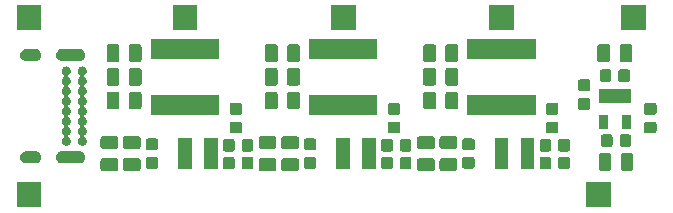
<source format=gbr>
G04 #@! TF.GenerationSoftware,KiCad,Pcbnew,(5.1.5)-3*
G04 #@! TF.CreationDate,2020-02-24T19:45:47-05:00*
G04 #@! TF.ProjectId,MiniiPS,4d696e69-6950-4532-9e6b-696361645f70,rev?*
G04 #@! TF.SameCoordinates,PX7641700PY5a995c0*
G04 #@! TF.FileFunction,Soldermask,Top*
G04 #@! TF.FilePolarity,Negative*
%FSLAX46Y46*%
G04 Gerber Fmt 4.6, Leading zero omitted, Abs format (unit mm)*
G04 Created by KiCad (PCBNEW (5.1.5)-3) date 2020-02-24 19:45:47*
%MOMM*%
%LPD*%
G04 APERTURE LIST*
%ADD10C,0.100000*%
G04 APERTURE END LIST*
D10*
G36*
X50751000Y-17551000D02*
G01*
X48649000Y-17551000D01*
X48649000Y-15449000D01*
X50751000Y-15449000D01*
X50751000Y-17551000D01*
G37*
G36*
X2551000Y-17551000D02*
G01*
X449000Y-17551000D01*
X449000Y-15449000D01*
X2551000Y-15449000D01*
X2551000Y-17551000D01*
G37*
G36*
X10784468Y-13403565D02*
G01*
X10823138Y-13415296D01*
X10858777Y-13434346D01*
X10890017Y-13459983D01*
X10915654Y-13491223D01*
X10934704Y-13526862D01*
X10946435Y-13565532D01*
X10951000Y-13611888D01*
X10951000Y-14263112D01*
X10946435Y-14309468D01*
X10934704Y-14348138D01*
X10915654Y-14383777D01*
X10890017Y-14415017D01*
X10858777Y-14440654D01*
X10823138Y-14459704D01*
X10784468Y-14471435D01*
X10738112Y-14476000D01*
X9661888Y-14476000D01*
X9615532Y-14471435D01*
X9576862Y-14459704D01*
X9541223Y-14440654D01*
X9509983Y-14415017D01*
X9484346Y-14383777D01*
X9465296Y-14348138D01*
X9453565Y-14309468D01*
X9449000Y-14263112D01*
X9449000Y-13611888D01*
X9453565Y-13565532D01*
X9465296Y-13526862D01*
X9484346Y-13491223D01*
X9509983Y-13459983D01*
X9541223Y-13434346D01*
X9576862Y-13415296D01*
X9615532Y-13403565D01*
X9661888Y-13399000D01*
X10738112Y-13399000D01*
X10784468Y-13403565D01*
G37*
G36*
X8884468Y-13403565D02*
G01*
X8923138Y-13415296D01*
X8958777Y-13434346D01*
X8990017Y-13459983D01*
X9015654Y-13491223D01*
X9034704Y-13526862D01*
X9046435Y-13565532D01*
X9051000Y-13611888D01*
X9051000Y-14263112D01*
X9046435Y-14309468D01*
X9034704Y-14348138D01*
X9015654Y-14383777D01*
X8990017Y-14415017D01*
X8958777Y-14440654D01*
X8923138Y-14459704D01*
X8884468Y-14471435D01*
X8838112Y-14476000D01*
X7761888Y-14476000D01*
X7715532Y-14471435D01*
X7676862Y-14459704D01*
X7641223Y-14440654D01*
X7609983Y-14415017D01*
X7584346Y-14383777D01*
X7565296Y-14348138D01*
X7553565Y-14309468D01*
X7549000Y-14263112D01*
X7549000Y-13611888D01*
X7553565Y-13565532D01*
X7565296Y-13526862D01*
X7584346Y-13491223D01*
X7609983Y-13459983D01*
X7641223Y-13434346D01*
X7676862Y-13415296D01*
X7715532Y-13403565D01*
X7761888Y-13399000D01*
X8838112Y-13399000D01*
X8884468Y-13403565D01*
G37*
G36*
X37584468Y-13403565D02*
G01*
X37623138Y-13415296D01*
X37658777Y-13434346D01*
X37690017Y-13459983D01*
X37715654Y-13491223D01*
X37734704Y-13526862D01*
X37746435Y-13565532D01*
X37751000Y-13611888D01*
X37751000Y-14263112D01*
X37746435Y-14309468D01*
X37734704Y-14348138D01*
X37715654Y-14383777D01*
X37690017Y-14415017D01*
X37658777Y-14440654D01*
X37623138Y-14459704D01*
X37584468Y-14471435D01*
X37538112Y-14476000D01*
X36461888Y-14476000D01*
X36415532Y-14471435D01*
X36376862Y-14459704D01*
X36341223Y-14440654D01*
X36309983Y-14415017D01*
X36284346Y-14383777D01*
X36265296Y-14348138D01*
X36253565Y-14309468D01*
X36249000Y-14263112D01*
X36249000Y-13611888D01*
X36253565Y-13565532D01*
X36265296Y-13526862D01*
X36284346Y-13491223D01*
X36309983Y-13459983D01*
X36341223Y-13434346D01*
X36376862Y-13415296D01*
X36415532Y-13403565D01*
X36461888Y-13399000D01*
X37538112Y-13399000D01*
X37584468Y-13403565D01*
G37*
G36*
X35684468Y-13403565D02*
G01*
X35723138Y-13415296D01*
X35758777Y-13434346D01*
X35790017Y-13459983D01*
X35815654Y-13491223D01*
X35834704Y-13526862D01*
X35846435Y-13565532D01*
X35851000Y-13611888D01*
X35851000Y-14263112D01*
X35846435Y-14309468D01*
X35834704Y-14348138D01*
X35815654Y-14383777D01*
X35790017Y-14415017D01*
X35758777Y-14440654D01*
X35723138Y-14459704D01*
X35684468Y-14471435D01*
X35638112Y-14476000D01*
X34561888Y-14476000D01*
X34515532Y-14471435D01*
X34476862Y-14459704D01*
X34441223Y-14440654D01*
X34409983Y-14415017D01*
X34384346Y-14383777D01*
X34365296Y-14348138D01*
X34353565Y-14309468D01*
X34349000Y-14263112D01*
X34349000Y-13611888D01*
X34353565Y-13565532D01*
X34365296Y-13526862D01*
X34384346Y-13491223D01*
X34409983Y-13459983D01*
X34441223Y-13434346D01*
X34476862Y-13415296D01*
X34515532Y-13403565D01*
X34561888Y-13399000D01*
X35638112Y-13399000D01*
X35684468Y-13403565D01*
G37*
G36*
X22284468Y-13403565D02*
G01*
X22323138Y-13415296D01*
X22358777Y-13434346D01*
X22390017Y-13459983D01*
X22415654Y-13491223D01*
X22434704Y-13526862D01*
X22446435Y-13565532D01*
X22451000Y-13611888D01*
X22451000Y-14263112D01*
X22446435Y-14309468D01*
X22434704Y-14348138D01*
X22415654Y-14383777D01*
X22390017Y-14415017D01*
X22358777Y-14440654D01*
X22323138Y-14459704D01*
X22284468Y-14471435D01*
X22238112Y-14476000D01*
X21161888Y-14476000D01*
X21115532Y-14471435D01*
X21076862Y-14459704D01*
X21041223Y-14440654D01*
X21009983Y-14415017D01*
X20984346Y-14383777D01*
X20965296Y-14348138D01*
X20953565Y-14309468D01*
X20949000Y-14263112D01*
X20949000Y-13611888D01*
X20953565Y-13565532D01*
X20965296Y-13526862D01*
X20984346Y-13491223D01*
X21009983Y-13459983D01*
X21041223Y-13434346D01*
X21076862Y-13415296D01*
X21115532Y-13403565D01*
X21161888Y-13399000D01*
X22238112Y-13399000D01*
X22284468Y-13403565D01*
G37*
G36*
X24184468Y-13403565D02*
G01*
X24223138Y-13415296D01*
X24258777Y-13434346D01*
X24290017Y-13459983D01*
X24315654Y-13491223D01*
X24334704Y-13526862D01*
X24346435Y-13565532D01*
X24351000Y-13611888D01*
X24351000Y-14263112D01*
X24346435Y-14309468D01*
X24334704Y-14348138D01*
X24315654Y-14383777D01*
X24290017Y-14415017D01*
X24258777Y-14440654D01*
X24223138Y-14459704D01*
X24184468Y-14471435D01*
X24138112Y-14476000D01*
X23061888Y-14476000D01*
X23015532Y-14471435D01*
X22976862Y-14459704D01*
X22941223Y-14440654D01*
X22909983Y-14415017D01*
X22884346Y-14383777D01*
X22865296Y-14348138D01*
X22853565Y-14309468D01*
X22849000Y-14263112D01*
X22849000Y-13611888D01*
X22853565Y-13565532D01*
X22865296Y-13526862D01*
X22884346Y-13491223D01*
X22909983Y-13459983D01*
X22941223Y-13434346D01*
X22976862Y-13415296D01*
X23015532Y-13403565D01*
X23061888Y-13399000D01*
X24138112Y-13399000D01*
X24184468Y-13403565D01*
G37*
G36*
X50634468Y-12953565D02*
G01*
X50673138Y-12965296D01*
X50708777Y-12984346D01*
X50740017Y-13009983D01*
X50765654Y-13041223D01*
X50784704Y-13076862D01*
X50796435Y-13115532D01*
X50801000Y-13161888D01*
X50801000Y-14238112D01*
X50796435Y-14284468D01*
X50784704Y-14323138D01*
X50765654Y-14358777D01*
X50740017Y-14390017D01*
X50708777Y-14415654D01*
X50673138Y-14434704D01*
X50634468Y-14446435D01*
X50588112Y-14451000D01*
X49936888Y-14451000D01*
X49890532Y-14446435D01*
X49851862Y-14434704D01*
X49816223Y-14415654D01*
X49784983Y-14390017D01*
X49759346Y-14358777D01*
X49740296Y-14323138D01*
X49728565Y-14284468D01*
X49724000Y-14238112D01*
X49724000Y-13161888D01*
X49728565Y-13115532D01*
X49740296Y-13076862D01*
X49759346Y-13041223D01*
X49784983Y-13009983D01*
X49816223Y-12984346D01*
X49851862Y-12965296D01*
X49890532Y-12953565D01*
X49936888Y-12949000D01*
X50588112Y-12949000D01*
X50634468Y-12953565D01*
G37*
G36*
X52509468Y-12953565D02*
G01*
X52548138Y-12965296D01*
X52583777Y-12984346D01*
X52615017Y-13009983D01*
X52640654Y-13041223D01*
X52659704Y-13076862D01*
X52671435Y-13115532D01*
X52676000Y-13161888D01*
X52676000Y-14238112D01*
X52671435Y-14284468D01*
X52659704Y-14323138D01*
X52640654Y-14358777D01*
X52615017Y-14390017D01*
X52583777Y-14415654D01*
X52548138Y-14434704D01*
X52509468Y-14446435D01*
X52463112Y-14451000D01*
X51811888Y-14451000D01*
X51765532Y-14446435D01*
X51726862Y-14434704D01*
X51691223Y-14415654D01*
X51659983Y-14390017D01*
X51634346Y-14358777D01*
X51615296Y-14323138D01*
X51603565Y-14284468D01*
X51599000Y-14238112D01*
X51599000Y-13161888D01*
X51603565Y-13115532D01*
X51615296Y-13076862D01*
X51634346Y-13041223D01*
X51659983Y-13009983D01*
X51691223Y-12984346D01*
X51726862Y-12965296D01*
X51765532Y-12953565D01*
X51811888Y-12949000D01*
X52463112Y-12949000D01*
X52509468Y-12953565D01*
G37*
G36*
X47129591Y-13278085D02*
G01*
X47163569Y-13288393D01*
X47194890Y-13305134D01*
X47222339Y-13327661D01*
X47244866Y-13355110D01*
X47261607Y-13386431D01*
X47271915Y-13420409D01*
X47276000Y-13461890D01*
X47276000Y-14138110D01*
X47271915Y-14179591D01*
X47261607Y-14213569D01*
X47244866Y-14244890D01*
X47222339Y-14272339D01*
X47194890Y-14294866D01*
X47163569Y-14311607D01*
X47129591Y-14321915D01*
X47088110Y-14326000D01*
X46486890Y-14326000D01*
X46445409Y-14321915D01*
X46411431Y-14311607D01*
X46380110Y-14294866D01*
X46352661Y-14272339D01*
X46330134Y-14244890D01*
X46313393Y-14213569D01*
X46303085Y-14179591D01*
X46299000Y-14138110D01*
X46299000Y-13461890D01*
X46303085Y-13420409D01*
X46313393Y-13386431D01*
X46330134Y-13355110D01*
X46352661Y-13327661D01*
X46380110Y-13305134D01*
X46411431Y-13288393D01*
X46445409Y-13278085D01*
X46486890Y-13274000D01*
X47088110Y-13274000D01*
X47129591Y-13278085D01*
G37*
G36*
X45554591Y-13278085D02*
G01*
X45588569Y-13288393D01*
X45619890Y-13305134D01*
X45647339Y-13327661D01*
X45669866Y-13355110D01*
X45686607Y-13386431D01*
X45696915Y-13420409D01*
X45701000Y-13461890D01*
X45701000Y-14138110D01*
X45696915Y-14179591D01*
X45686607Y-14213569D01*
X45669866Y-14244890D01*
X45647339Y-14272339D01*
X45619890Y-14294866D01*
X45588569Y-14311607D01*
X45554591Y-14321915D01*
X45513110Y-14326000D01*
X44911890Y-14326000D01*
X44870409Y-14321915D01*
X44836431Y-14311607D01*
X44805110Y-14294866D01*
X44777661Y-14272339D01*
X44755134Y-14244890D01*
X44738393Y-14213569D01*
X44728085Y-14179591D01*
X44724000Y-14138110D01*
X44724000Y-13461890D01*
X44728085Y-13420409D01*
X44738393Y-13386431D01*
X44755134Y-13355110D01*
X44777661Y-13327661D01*
X44805110Y-13305134D01*
X44836431Y-13288393D01*
X44870409Y-13278085D01*
X44911890Y-13274000D01*
X45513110Y-13274000D01*
X45554591Y-13278085D01*
G37*
G36*
X20329591Y-13278085D02*
G01*
X20363569Y-13288393D01*
X20394890Y-13305134D01*
X20422339Y-13327661D01*
X20444866Y-13355110D01*
X20461607Y-13386431D01*
X20471915Y-13420409D01*
X20476000Y-13461890D01*
X20476000Y-14138110D01*
X20471915Y-14179591D01*
X20461607Y-14213569D01*
X20444866Y-14244890D01*
X20422339Y-14272339D01*
X20394890Y-14294866D01*
X20363569Y-14311607D01*
X20329591Y-14321915D01*
X20288110Y-14326000D01*
X19686890Y-14326000D01*
X19645409Y-14321915D01*
X19611431Y-14311607D01*
X19580110Y-14294866D01*
X19552661Y-14272339D01*
X19530134Y-14244890D01*
X19513393Y-14213569D01*
X19503085Y-14179591D01*
X19499000Y-14138110D01*
X19499000Y-13461890D01*
X19503085Y-13420409D01*
X19513393Y-13386431D01*
X19530134Y-13355110D01*
X19552661Y-13327661D01*
X19580110Y-13305134D01*
X19611431Y-13288393D01*
X19645409Y-13278085D01*
X19686890Y-13274000D01*
X20288110Y-13274000D01*
X20329591Y-13278085D01*
G37*
G36*
X32154591Y-13278085D02*
G01*
X32188569Y-13288393D01*
X32219890Y-13305134D01*
X32247339Y-13327661D01*
X32269866Y-13355110D01*
X32286607Y-13386431D01*
X32296915Y-13420409D01*
X32301000Y-13461890D01*
X32301000Y-14138110D01*
X32296915Y-14179591D01*
X32286607Y-14213569D01*
X32269866Y-14244890D01*
X32247339Y-14272339D01*
X32219890Y-14294866D01*
X32188569Y-14311607D01*
X32154591Y-14321915D01*
X32113110Y-14326000D01*
X31511890Y-14326000D01*
X31470409Y-14321915D01*
X31436431Y-14311607D01*
X31405110Y-14294866D01*
X31377661Y-14272339D01*
X31355134Y-14244890D01*
X31338393Y-14213569D01*
X31328085Y-14179591D01*
X31324000Y-14138110D01*
X31324000Y-13461890D01*
X31328085Y-13420409D01*
X31338393Y-13386431D01*
X31355134Y-13355110D01*
X31377661Y-13327661D01*
X31405110Y-13305134D01*
X31436431Y-13288393D01*
X31470409Y-13278085D01*
X31511890Y-13274000D01*
X32113110Y-13274000D01*
X32154591Y-13278085D01*
G37*
G36*
X33729591Y-13278085D02*
G01*
X33763569Y-13288393D01*
X33794890Y-13305134D01*
X33822339Y-13327661D01*
X33844866Y-13355110D01*
X33861607Y-13386431D01*
X33871915Y-13420409D01*
X33876000Y-13461890D01*
X33876000Y-14138110D01*
X33871915Y-14179591D01*
X33861607Y-14213569D01*
X33844866Y-14244890D01*
X33822339Y-14272339D01*
X33794890Y-14294866D01*
X33763569Y-14311607D01*
X33729591Y-14321915D01*
X33688110Y-14326000D01*
X33086890Y-14326000D01*
X33045409Y-14321915D01*
X33011431Y-14311607D01*
X32980110Y-14294866D01*
X32952661Y-14272339D01*
X32930134Y-14244890D01*
X32913393Y-14213569D01*
X32903085Y-14179591D01*
X32899000Y-14138110D01*
X32899000Y-13461890D01*
X32903085Y-13420409D01*
X32913393Y-13386431D01*
X32930134Y-13355110D01*
X32952661Y-13327661D01*
X32980110Y-13305134D01*
X33011431Y-13288393D01*
X33045409Y-13278085D01*
X33086890Y-13274000D01*
X33688110Y-13274000D01*
X33729591Y-13278085D01*
G37*
G36*
X18754591Y-13278085D02*
G01*
X18788569Y-13288393D01*
X18819890Y-13305134D01*
X18847339Y-13327661D01*
X18869866Y-13355110D01*
X18886607Y-13386431D01*
X18896915Y-13420409D01*
X18901000Y-13461890D01*
X18901000Y-14138110D01*
X18896915Y-14179591D01*
X18886607Y-14213569D01*
X18869866Y-14244890D01*
X18847339Y-14272339D01*
X18819890Y-14294866D01*
X18788569Y-14311607D01*
X18754591Y-14321915D01*
X18713110Y-14326000D01*
X18111890Y-14326000D01*
X18070409Y-14321915D01*
X18036431Y-14311607D01*
X18005110Y-14294866D01*
X17977661Y-14272339D01*
X17955134Y-14244890D01*
X17938393Y-14213569D01*
X17928085Y-14179591D01*
X17924000Y-14138110D01*
X17924000Y-13461890D01*
X17928085Y-13420409D01*
X17938393Y-13386431D01*
X17955134Y-13355110D01*
X17977661Y-13327661D01*
X18005110Y-13305134D01*
X18036431Y-13288393D01*
X18070409Y-13278085D01*
X18111890Y-13274000D01*
X18713110Y-13274000D01*
X18754591Y-13278085D01*
G37*
G36*
X44281000Y-14326000D02*
G01*
X43119000Y-14326000D01*
X43119000Y-11674000D01*
X44281000Y-11674000D01*
X44281000Y-14326000D01*
G37*
G36*
X42081000Y-14326000D02*
G01*
X40919000Y-14326000D01*
X40919000Y-11674000D01*
X42081000Y-11674000D01*
X42081000Y-14326000D01*
G37*
G36*
X30881000Y-14326000D02*
G01*
X29719000Y-14326000D01*
X29719000Y-11674000D01*
X30881000Y-11674000D01*
X30881000Y-14326000D01*
G37*
G36*
X15281000Y-14326000D02*
G01*
X14119000Y-14326000D01*
X14119000Y-11674000D01*
X15281000Y-11674000D01*
X15281000Y-14326000D01*
G37*
G36*
X17481000Y-14326000D02*
G01*
X16319000Y-14326000D01*
X16319000Y-11674000D01*
X17481000Y-11674000D01*
X17481000Y-14326000D01*
G37*
G36*
X28681000Y-14326000D02*
G01*
X27519000Y-14326000D01*
X27519000Y-11674000D01*
X28681000Y-11674000D01*
X28681000Y-14326000D01*
G37*
G36*
X39079591Y-13303085D02*
G01*
X39113569Y-13313393D01*
X39144890Y-13330134D01*
X39172339Y-13352661D01*
X39194866Y-13380110D01*
X39211607Y-13411431D01*
X39221915Y-13445409D01*
X39226000Y-13486890D01*
X39226000Y-14088110D01*
X39221915Y-14129591D01*
X39211607Y-14163569D01*
X39194866Y-14194890D01*
X39172339Y-14222339D01*
X39144890Y-14244866D01*
X39113569Y-14261607D01*
X39079591Y-14271915D01*
X39038110Y-14276000D01*
X38361890Y-14276000D01*
X38320409Y-14271915D01*
X38286431Y-14261607D01*
X38255110Y-14244866D01*
X38227661Y-14222339D01*
X38205134Y-14194890D01*
X38188393Y-14163569D01*
X38178085Y-14129591D01*
X38174000Y-14088110D01*
X38174000Y-13486890D01*
X38178085Y-13445409D01*
X38188393Y-13411431D01*
X38205134Y-13380110D01*
X38227661Y-13352661D01*
X38255110Y-13330134D01*
X38286431Y-13313393D01*
X38320409Y-13303085D01*
X38361890Y-13299000D01*
X39038110Y-13299000D01*
X39079591Y-13303085D01*
G37*
G36*
X25679591Y-13303085D02*
G01*
X25713569Y-13313393D01*
X25744890Y-13330134D01*
X25772339Y-13352661D01*
X25794866Y-13380110D01*
X25811607Y-13411431D01*
X25821915Y-13445409D01*
X25826000Y-13486890D01*
X25826000Y-14088110D01*
X25821915Y-14129591D01*
X25811607Y-14163569D01*
X25794866Y-14194890D01*
X25772339Y-14222339D01*
X25744890Y-14244866D01*
X25713569Y-14261607D01*
X25679591Y-14271915D01*
X25638110Y-14276000D01*
X24961890Y-14276000D01*
X24920409Y-14271915D01*
X24886431Y-14261607D01*
X24855110Y-14244866D01*
X24827661Y-14222339D01*
X24805134Y-14194890D01*
X24788393Y-14163569D01*
X24778085Y-14129591D01*
X24774000Y-14088110D01*
X24774000Y-13486890D01*
X24778085Y-13445409D01*
X24788393Y-13411431D01*
X24805134Y-13380110D01*
X24827661Y-13352661D01*
X24855110Y-13330134D01*
X24886431Y-13313393D01*
X24920409Y-13303085D01*
X24961890Y-13299000D01*
X25638110Y-13299000D01*
X25679591Y-13303085D01*
G37*
G36*
X12279591Y-13303085D02*
G01*
X12313569Y-13313393D01*
X12344890Y-13330134D01*
X12372339Y-13352661D01*
X12394866Y-13380110D01*
X12411607Y-13411431D01*
X12421915Y-13445409D01*
X12426000Y-13486890D01*
X12426000Y-14088110D01*
X12421915Y-14129591D01*
X12411607Y-14163569D01*
X12394866Y-14194890D01*
X12372339Y-14222339D01*
X12344890Y-14244866D01*
X12313569Y-14261607D01*
X12279591Y-14271915D01*
X12238110Y-14276000D01*
X11561890Y-14276000D01*
X11520409Y-14271915D01*
X11486431Y-14261607D01*
X11455110Y-14244866D01*
X11427661Y-14222339D01*
X11405134Y-14194890D01*
X11388393Y-14163569D01*
X11378085Y-14129591D01*
X11374000Y-14088110D01*
X11374000Y-13486890D01*
X11378085Y-13445409D01*
X11388393Y-13411431D01*
X11405134Y-13380110D01*
X11427661Y-13352661D01*
X11455110Y-13330134D01*
X11486431Y-13313393D01*
X11520409Y-13303085D01*
X11561890Y-13299000D01*
X12238110Y-13299000D01*
X12279591Y-13303085D01*
G37*
G36*
X2138213Y-12806249D02*
G01*
X2232652Y-12834897D01*
X2319687Y-12881418D01*
X2395975Y-12944025D01*
X2458582Y-13020313D01*
X2505103Y-13107348D01*
X2533751Y-13201787D01*
X2543424Y-13300000D01*
X2533751Y-13398213D01*
X2505103Y-13492652D01*
X2458582Y-13579687D01*
X2395975Y-13655975D01*
X2319687Y-13718582D01*
X2232652Y-13765103D01*
X2138213Y-13793751D01*
X2064612Y-13801000D01*
X1215388Y-13801000D01*
X1141787Y-13793751D01*
X1047348Y-13765103D01*
X960313Y-13718582D01*
X884025Y-13655975D01*
X821418Y-13579687D01*
X774897Y-13492652D01*
X746249Y-13398213D01*
X736576Y-13300000D01*
X746249Y-13201787D01*
X774897Y-13107348D01*
X821418Y-13020313D01*
X884025Y-12944025D01*
X960313Y-12881418D01*
X1047348Y-12834897D01*
X1141787Y-12806249D01*
X1215388Y-12799000D01*
X2064612Y-12799000D01*
X2138213Y-12806249D01*
G37*
G36*
X5868213Y-12806249D02*
G01*
X5962652Y-12834897D01*
X6049687Y-12881418D01*
X6125975Y-12944025D01*
X6188582Y-13020313D01*
X6235103Y-13107348D01*
X6263751Y-13201787D01*
X6273424Y-13300000D01*
X6263751Y-13398213D01*
X6235103Y-13492652D01*
X6188582Y-13579687D01*
X6125975Y-13655975D01*
X6049687Y-13718582D01*
X5962652Y-13765103D01*
X5868213Y-13793751D01*
X5794612Y-13801000D01*
X4245388Y-13801000D01*
X4171787Y-13793751D01*
X4077348Y-13765103D01*
X3990313Y-13718582D01*
X3914025Y-13655975D01*
X3851418Y-13579687D01*
X3804897Y-13492652D01*
X3776249Y-13398213D01*
X3766576Y-13300000D01*
X3776249Y-13201787D01*
X3804897Y-13107348D01*
X3851418Y-13020313D01*
X3914025Y-12944025D01*
X3990313Y-12881418D01*
X4077348Y-12834897D01*
X4171787Y-12806249D01*
X4245388Y-12799000D01*
X5794612Y-12799000D01*
X5868213Y-12806249D01*
G37*
G36*
X20329591Y-11778085D02*
G01*
X20363569Y-11788393D01*
X20394890Y-11805134D01*
X20422339Y-11827661D01*
X20444866Y-11855110D01*
X20461607Y-11886431D01*
X20471915Y-11920409D01*
X20476000Y-11961890D01*
X20476000Y-12638110D01*
X20471915Y-12679591D01*
X20461607Y-12713569D01*
X20444866Y-12744890D01*
X20422339Y-12772339D01*
X20394890Y-12794866D01*
X20363569Y-12811607D01*
X20329591Y-12821915D01*
X20288110Y-12826000D01*
X19686890Y-12826000D01*
X19645409Y-12821915D01*
X19611431Y-12811607D01*
X19580110Y-12794866D01*
X19552661Y-12772339D01*
X19530134Y-12744890D01*
X19513393Y-12713569D01*
X19503085Y-12679591D01*
X19499000Y-12638110D01*
X19499000Y-11961890D01*
X19503085Y-11920409D01*
X19513393Y-11886431D01*
X19530134Y-11855110D01*
X19552661Y-11827661D01*
X19580110Y-11805134D01*
X19611431Y-11788393D01*
X19645409Y-11778085D01*
X19686890Y-11774000D01*
X20288110Y-11774000D01*
X20329591Y-11778085D01*
G37*
G36*
X18754591Y-11778085D02*
G01*
X18788569Y-11788393D01*
X18819890Y-11805134D01*
X18847339Y-11827661D01*
X18869866Y-11855110D01*
X18886607Y-11886431D01*
X18896915Y-11920409D01*
X18901000Y-11961890D01*
X18901000Y-12638110D01*
X18896915Y-12679591D01*
X18886607Y-12713569D01*
X18869866Y-12744890D01*
X18847339Y-12772339D01*
X18819890Y-12794866D01*
X18788569Y-12811607D01*
X18754591Y-12821915D01*
X18713110Y-12826000D01*
X18111890Y-12826000D01*
X18070409Y-12821915D01*
X18036431Y-12811607D01*
X18005110Y-12794866D01*
X17977661Y-12772339D01*
X17955134Y-12744890D01*
X17938393Y-12713569D01*
X17928085Y-12679591D01*
X17924000Y-12638110D01*
X17924000Y-11961890D01*
X17928085Y-11920409D01*
X17938393Y-11886431D01*
X17955134Y-11855110D01*
X17977661Y-11827661D01*
X18005110Y-11805134D01*
X18036431Y-11788393D01*
X18070409Y-11778085D01*
X18111890Y-11774000D01*
X18713110Y-11774000D01*
X18754591Y-11778085D01*
G37*
G36*
X45554591Y-11778085D02*
G01*
X45588569Y-11788393D01*
X45619890Y-11805134D01*
X45647339Y-11827661D01*
X45669866Y-11855110D01*
X45686607Y-11886431D01*
X45696915Y-11920409D01*
X45701000Y-11961890D01*
X45701000Y-12638110D01*
X45696915Y-12679591D01*
X45686607Y-12713569D01*
X45669866Y-12744890D01*
X45647339Y-12772339D01*
X45619890Y-12794866D01*
X45588569Y-12811607D01*
X45554591Y-12821915D01*
X45513110Y-12826000D01*
X44911890Y-12826000D01*
X44870409Y-12821915D01*
X44836431Y-12811607D01*
X44805110Y-12794866D01*
X44777661Y-12772339D01*
X44755134Y-12744890D01*
X44738393Y-12713569D01*
X44728085Y-12679591D01*
X44724000Y-12638110D01*
X44724000Y-11961890D01*
X44728085Y-11920409D01*
X44738393Y-11886431D01*
X44755134Y-11855110D01*
X44777661Y-11827661D01*
X44805110Y-11805134D01*
X44836431Y-11788393D01*
X44870409Y-11778085D01*
X44911890Y-11774000D01*
X45513110Y-11774000D01*
X45554591Y-11778085D01*
G37*
G36*
X47129591Y-11778085D02*
G01*
X47163569Y-11788393D01*
X47194890Y-11805134D01*
X47222339Y-11827661D01*
X47244866Y-11855110D01*
X47261607Y-11886431D01*
X47271915Y-11920409D01*
X47276000Y-11961890D01*
X47276000Y-12638110D01*
X47271915Y-12679591D01*
X47261607Y-12713569D01*
X47244866Y-12744890D01*
X47222339Y-12772339D01*
X47194890Y-12794866D01*
X47163569Y-12811607D01*
X47129591Y-12821915D01*
X47088110Y-12826000D01*
X46486890Y-12826000D01*
X46445409Y-12821915D01*
X46411431Y-12811607D01*
X46380110Y-12794866D01*
X46352661Y-12772339D01*
X46330134Y-12744890D01*
X46313393Y-12713569D01*
X46303085Y-12679591D01*
X46299000Y-12638110D01*
X46299000Y-11961890D01*
X46303085Y-11920409D01*
X46313393Y-11886431D01*
X46330134Y-11855110D01*
X46352661Y-11827661D01*
X46380110Y-11805134D01*
X46411431Y-11788393D01*
X46445409Y-11778085D01*
X46486890Y-11774000D01*
X47088110Y-11774000D01*
X47129591Y-11778085D01*
G37*
G36*
X32154591Y-11778085D02*
G01*
X32188569Y-11788393D01*
X32219890Y-11805134D01*
X32247339Y-11827661D01*
X32269866Y-11855110D01*
X32286607Y-11886431D01*
X32296915Y-11920409D01*
X32301000Y-11961890D01*
X32301000Y-12638110D01*
X32296915Y-12679591D01*
X32286607Y-12713569D01*
X32269866Y-12744890D01*
X32247339Y-12772339D01*
X32219890Y-12794866D01*
X32188569Y-12811607D01*
X32154591Y-12821915D01*
X32113110Y-12826000D01*
X31511890Y-12826000D01*
X31470409Y-12821915D01*
X31436431Y-12811607D01*
X31405110Y-12794866D01*
X31377661Y-12772339D01*
X31355134Y-12744890D01*
X31338393Y-12713569D01*
X31328085Y-12679591D01*
X31324000Y-12638110D01*
X31324000Y-11961890D01*
X31328085Y-11920409D01*
X31338393Y-11886431D01*
X31355134Y-11855110D01*
X31377661Y-11827661D01*
X31405110Y-11805134D01*
X31436431Y-11788393D01*
X31470409Y-11778085D01*
X31511890Y-11774000D01*
X32113110Y-11774000D01*
X32154591Y-11778085D01*
G37*
G36*
X33729591Y-11778085D02*
G01*
X33763569Y-11788393D01*
X33794890Y-11805134D01*
X33822339Y-11827661D01*
X33844866Y-11855110D01*
X33861607Y-11886431D01*
X33871915Y-11920409D01*
X33876000Y-11961890D01*
X33876000Y-12638110D01*
X33871915Y-12679591D01*
X33861607Y-12713569D01*
X33844866Y-12744890D01*
X33822339Y-12772339D01*
X33794890Y-12794866D01*
X33763569Y-12811607D01*
X33729591Y-12821915D01*
X33688110Y-12826000D01*
X33086890Y-12826000D01*
X33045409Y-12821915D01*
X33011431Y-12811607D01*
X32980110Y-12794866D01*
X32952661Y-12772339D01*
X32930134Y-12744890D01*
X32913393Y-12713569D01*
X32903085Y-12679591D01*
X32899000Y-12638110D01*
X32899000Y-11961890D01*
X32903085Y-11920409D01*
X32913393Y-11886431D01*
X32930134Y-11855110D01*
X32952661Y-11827661D01*
X32980110Y-11805134D01*
X33011431Y-11788393D01*
X33045409Y-11778085D01*
X33086890Y-11774000D01*
X33688110Y-11774000D01*
X33729591Y-11778085D01*
G37*
G36*
X12279591Y-11728085D02*
G01*
X12313569Y-11738393D01*
X12344890Y-11755134D01*
X12372339Y-11777661D01*
X12394866Y-11805110D01*
X12411607Y-11836431D01*
X12421915Y-11870409D01*
X12426000Y-11911890D01*
X12426000Y-12513110D01*
X12421915Y-12554591D01*
X12411607Y-12588569D01*
X12394866Y-12619890D01*
X12372339Y-12647339D01*
X12344890Y-12669866D01*
X12313569Y-12686607D01*
X12279591Y-12696915D01*
X12238110Y-12701000D01*
X11561890Y-12701000D01*
X11520409Y-12696915D01*
X11486431Y-12686607D01*
X11455110Y-12669866D01*
X11427661Y-12647339D01*
X11405134Y-12619890D01*
X11388393Y-12588569D01*
X11378085Y-12554591D01*
X11374000Y-12513110D01*
X11374000Y-11911890D01*
X11378085Y-11870409D01*
X11388393Y-11836431D01*
X11405134Y-11805110D01*
X11427661Y-11777661D01*
X11455110Y-11755134D01*
X11486431Y-11738393D01*
X11520409Y-11728085D01*
X11561890Y-11724000D01*
X12238110Y-11724000D01*
X12279591Y-11728085D01*
G37*
G36*
X25679591Y-11728085D02*
G01*
X25713569Y-11738393D01*
X25744890Y-11755134D01*
X25772339Y-11777661D01*
X25794866Y-11805110D01*
X25811607Y-11836431D01*
X25821915Y-11870409D01*
X25826000Y-11911890D01*
X25826000Y-12513110D01*
X25821915Y-12554591D01*
X25811607Y-12588569D01*
X25794866Y-12619890D01*
X25772339Y-12647339D01*
X25744890Y-12669866D01*
X25713569Y-12686607D01*
X25679591Y-12696915D01*
X25638110Y-12701000D01*
X24961890Y-12701000D01*
X24920409Y-12696915D01*
X24886431Y-12686607D01*
X24855110Y-12669866D01*
X24827661Y-12647339D01*
X24805134Y-12619890D01*
X24788393Y-12588569D01*
X24778085Y-12554591D01*
X24774000Y-12513110D01*
X24774000Y-11911890D01*
X24778085Y-11870409D01*
X24788393Y-11836431D01*
X24805134Y-11805110D01*
X24827661Y-11777661D01*
X24855110Y-11755134D01*
X24886431Y-11738393D01*
X24920409Y-11728085D01*
X24961890Y-11724000D01*
X25638110Y-11724000D01*
X25679591Y-11728085D01*
G37*
G36*
X39079591Y-11728085D02*
G01*
X39113569Y-11738393D01*
X39144890Y-11755134D01*
X39172339Y-11777661D01*
X39194866Y-11805110D01*
X39211607Y-11836431D01*
X39221915Y-11870409D01*
X39226000Y-11911890D01*
X39226000Y-12513110D01*
X39221915Y-12554591D01*
X39211607Y-12588569D01*
X39194866Y-12619890D01*
X39172339Y-12647339D01*
X39144890Y-12669866D01*
X39113569Y-12686607D01*
X39079591Y-12696915D01*
X39038110Y-12701000D01*
X38361890Y-12701000D01*
X38320409Y-12696915D01*
X38286431Y-12686607D01*
X38255110Y-12669866D01*
X38227661Y-12647339D01*
X38205134Y-12619890D01*
X38188393Y-12588569D01*
X38178085Y-12554591D01*
X38174000Y-12513110D01*
X38174000Y-11911890D01*
X38178085Y-11870409D01*
X38188393Y-11836431D01*
X38205134Y-11805110D01*
X38227661Y-11777661D01*
X38255110Y-11755134D01*
X38286431Y-11738393D01*
X38320409Y-11728085D01*
X38361890Y-11724000D01*
X39038110Y-11724000D01*
X39079591Y-11728085D01*
G37*
G36*
X35684468Y-11528565D02*
G01*
X35723138Y-11540296D01*
X35758777Y-11559346D01*
X35790017Y-11584983D01*
X35815654Y-11616223D01*
X35834704Y-11651862D01*
X35846435Y-11690532D01*
X35851000Y-11736888D01*
X35851000Y-12388112D01*
X35846435Y-12434468D01*
X35834704Y-12473138D01*
X35815654Y-12508777D01*
X35790017Y-12540017D01*
X35758777Y-12565654D01*
X35723138Y-12584704D01*
X35684468Y-12596435D01*
X35638112Y-12601000D01*
X34561888Y-12601000D01*
X34515532Y-12596435D01*
X34476862Y-12584704D01*
X34441223Y-12565654D01*
X34409983Y-12540017D01*
X34384346Y-12508777D01*
X34365296Y-12473138D01*
X34353565Y-12434468D01*
X34349000Y-12388112D01*
X34349000Y-11736888D01*
X34353565Y-11690532D01*
X34365296Y-11651862D01*
X34384346Y-11616223D01*
X34409983Y-11584983D01*
X34441223Y-11559346D01*
X34476862Y-11540296D01*
X34515532Y-11528565D01*
X34561888Y-11524000D01*
X35638112Y-11524000D01*
X35684468Y-11528565D01*
G37*
G36*
X22284468Y-11528565D02*
G01*
X22323138Y-11540296D01*
X22358777Y-11559346D01*
X22390017Y-11584983D01*
X22415654Y-11616223D01*
X22434704Y-11651862D01*
X22446435Y-11690532D01*
X22451000Y-11736888D01*
X22451000Y-12388112D01*
X22446435Y-12434468D01*
X22434704Y-12473138D01*
X22415654Y-12508777D01*
X22390017Y-12540017D01*
X22358777Y-12565654D01*
X22323138Y-12584704D01*
X22284468Y-12596435D01*
X22238112Y-12601000D01*
X21161888Y-12601000D01*
X21115532Y-12596435D01*
X21076862Y-12584704D01*
X21041223Y-12565654D01*
X21009983Y-12540017D01*
X20984346Y-12508777D01*
X20965296Y-12473138D01*
X20953565Y-12434468D01*
X20949000Y-12388112D01*
X20949000Y-11736888D01*
X20953565Y-11690532D01*
X20965296Y-11651862D01*
X20984346Y-11616223D01*
X21009983Y-11584983D01*
X21041223Y-11559346D01*
X21076862Y-11540296D01*
X21115532Y-11528565D01*
X21161888Y-11524000D01*
X22238112Y-11524000D01*
X22284468Y-11528565D01*
G37*
G36*
X24184468Y-11528565D02*
G01*
X24223138Y-11540296D01*
X24258777Y-11559346D01*
X24290017Y-11584983D01*
X24315654Y-11616223D01*
X24334704Y-11651862D01*
X24346435Y-11690532D01*
X24351000Y-11736888D01*
X24351000Y-12388112D01*
X24346435Y-12434468D01*
X24334704Y-12473138D01*
X24315654Y-12508777D01*
X24290017Y-12540017D01*
X24258777Y-12565654D01*
X24223138Y-12584704D01*
X24184468Y-12596435D01*
X24138112Y-12601000D01*
X23061888Y-12601000D01*
X23015532Y-12596435D01*
X22976862Y-12584704D01*
X22941223Y-12565654D01*
X22909983Y-12540017D01*
X22884346Y-12508777D01*
X22865296Y-12473138D01*
X22853565Y-12434468D01*
X22849000Y-12388112D01*
X22849000Y-11736888D01*
X22853565Y-11690532D01*
X22865296Y-11651862D01*
X22884346Y-11616223D01*
X22909983Y-11584983D01*
X22941223Y-11559346D01*
X22976862Y-11540296D01*
X23015532Y-11528565D01*
X23061888Y-11524000D01*
X24138112Y-11524000D01*
X24184468Y-11528565D01*
G37*
G36*
X37584468Y-11528565D02*
G01*
X37623138Y-11540296D01*
X37658777Y-11559346D01*
X37690017Y-11584983D01*
X37715654Y-11616223D01*
X37734704Y-11651862D01*
X37746435Y-11690532D01*
X37751000Y-11736888D01*
X37751000Y-12388112D01*
X37746435Y-12434468D01*
X37734704Y-12473138D01*
X37715654Y-12508777D01*
X37690017Y-12540017D01*
X37658777Y-12565654D01*
X37623138Y-12584704D01*
X37584468Y-12596435D01*
X37538112Y-12601000D01*
X36461888Y-12601000D01*
X36415532Y-12596435D01*
X36376862Y-12584704D01*
X36341223Y-12565654D01*
X36309983Y-12540017D01*
X36284346Y-12508777D01*
X36265296Y-12473138D01*
X36253565Y-12434468D01*
X36249000Y-12388112D01*
X36249000Y-11736888D01*
X36253565Y-11690532D01*
X36265296Y-11651862D01*
X36284346Y-11616223D01*
X36309983Y-11584983D01*
X36341223Y-11559346D01*
X36376862Y-11540296D01*
X36415532Y-11528565D01*
X36461888Y-11524000D01*
X37538112Y-11524000D01*
X37584468Y-11528565D01*
G37*
G36*
X8884468Y-11528565D02*
G01*
X8923138Y-11540296D01*
X8958777Y-11559346D01*
X8990017Y-11584983D01*
X9015654Y-11616223D01*
X9034704Y-11651862D01*
X9046435Y-11690532D01*
X9051000Y-11736888D01*
X9051000Y-12388112D01*
X9046435Y-12434468D01*
X9034704Y-12473138D01*
X9015654Y-12508777D01*
X8990017Y-12540017D01*
X8958777Y-12565654D01*
X8923138Y-12584704D01*
X8884468Y-12596435D01*
X8838112Y-12601000D01*
X7761888Y-12601000D01*
X7715532Y-12596435D01*
X7676862Y-12584704D01*
X7641223Y-12565654D01*
X7609983Y-12540017D01*
X7584346Y-12508777D01*
X7565296Y-12473138D01*
X7553565Y-12434468D01*
X7549000Y-12388112D01*
X7549000Y-11736888D01*
X7553565Y-11690532D01*
X7565296Y-11651862D01*
X7584346Y-11616223D01*
X7609983Y-11584983D01*
X7641223Y-11559346D01*
X7676862Y-11540296D01*
X7715532Y-11528565D01*
X7761888Y-11524000D01*
X8838112Y-11524000D01*
X8884468Y-11528565D01*
G37*
G36*
X10784468Y-11528565D02*
G01*
X10823138Y-11540296D01*
X10858777Y-11559346D01*
X10890017Y-11584983D01*
X10915654Y-11616223D01*
X10934704Y-11651862D01*
X10946435Y-11690532D01*
X10951000Y-11736888D01*
X10951000Y-12388112D01*
X10946435Y-12434468D01*
X10934704Y-12473138D01*
X10915654Y-12508777D01*
X10890017Y-12540017D01*
X10858777Y-12565654D01*
X10823138Y-12584704D01*
X10784468Y-12596435D01*
X10738112Y-12601000D01*
X9661888Y-12601000D01*
X9615532Y-12596435D01*
X9576862Y-12584704D01*
X9541223Y-12565654D01*
X9509983Y-12540017D01*
X9484346Y-12508777D01*
X9465296Y-12473138D01*
X9453565Y-12434468D01*
X9449000Y-12388112D01*
X9449000Y-11736888D01*
X9453565Y-11690532D01*
X9465296Y-11651862D01*
X9484346Y-11616223D01*
X9509983Y-11584983D01*
X9541223Y-11559346D01*
X9576862Y-11540296D01*
X9615532Y-11528565D01*
X9661888Y-11524000D01*
X10738112Y-11524000D01*
X10784468Y-11528565D01*
G37*
G36*
X50754591Y-11378085D02*
G01*
X50788569Y-11388393D01*
X50819890Y-11405134D01*
X50847339Y-11427661D01*
X50869866Y-11455110D01*
X50886607Y-11486431D01*
X50896915Y-11520409D01*
X50901000Y-11561890D01*
X50901000Y-12238110D01*
X50896915Y-12279591D01*
X50886607Y-12313569D01*
X50869866Y-12344890D01*
X50847339Y-12372339D01*
X50819890Y-12394866D01*
X50788569Y-12411607D01*
X50754591Y-12421915D01*
X50713110Y-12426000D01*
X50111890Y-12426000D01*
X50070409Y-12421915D01*
X50036431Y-12411607D01*
X50005110Y-12394866D01*
X49977661Y-12372339D01*
X49955134Y-12344890D01*
X49938393Y-12313569D01*
X49928085Y-12279591D01*
X49924000Y-12238110D01*
X49924000Y-11561890D01*
X49928085Y-11520409D01*
X49938393Y-11486431D01*
X49955134Y-11455110D01*
X49977661Y-11427661D01*
X50005110Y-11405134D01*
X50036431Y-11388393D01*
X50070409Y-11378085D01*
X50111890Y-11374000D01*
X50713110Y-11374000D01*
X50754591Y-11378085D01*
G37*
G36*
X52329591Y-11378085D02*
G01*
X52363569Y-11388393D01*
X52394890Y-11405134D01*
X52422339Y-11427661D01*
X52444866Y-11455110D01*
X52461607Y-11486431D01*
X52471915Y-11520409D01*
X52476000Y-11561890D01*
X52476000Y-12238110D01*
X52471915Y-12279591D01*
X52461607Y-12313569D01*
X52444866Y-12344890D01*
X52422339Y-12372339D01*
X52394890Y-12394866D01*
X52363569Y-12411607D01*
X52329591Y-12421915D01*
X52288110Y-12426000D01*
X51686890Y-12426000D01*
X51645409Y-12421915D01*
X51611431Y-12411607D01*
X51580110Y-12394866D01*
X51552661Y-12372339D01*
X51530134Y-12344890D01*
X51513393Y-12313569D01*
X51503085Y-12279591D01*
X51499000Y-12238110D01*
X51499000Y-11561890D01*
X51503085Y-11520409D01*
X51513393Y-11486431D01*
X51530134Y-11455110D01*
X51552661Y-11427661D01*
X51580110Y-11405134D01*
X51611431Y-11388393D01*
X51645409Y-11378085D01*
X51686890Y-11374000D01*
X52288110Y-11374000D01*
X52329591Y-11378085D01*
G37*
G36*
X4761133Y-5633642D02*
G01*
X4830472Y-5662363D01*
X4892452Y-5703777D01*
X4892873Y-5704058D01*
X4945942Y-5757127D01*
X4945944Y-5757130D01*
X4987637Y-5819528D01*
X5016358Y-5888867D01*
X5031000Y-5962475D01*
X5031000Y-6037525D01*
X5016358Y-6111133D01*
X4987637Y-6180472D01*
X4946223Y-6242452D01*
X4945942Y-6242873D01*
X4892873Y-6295942D01*
X4855270Y-6321067D01*
X4836328Y-6336612D01*
X4820783Y-6355554D01*
X4809232Y-6377165D01*
X4802119Y-6400614D01*
X4799717Y-6425000D01*
X4802119Y-6449386D01*
X4809232Y-6472835D01*
X4820783Y-6494446D01*
X4836328Y-6513388D01*
X4855269Y-6528932D01*
X4892873Y-6554058D01*
X4945942Y-6607127D01*
X4945944Y-6607130D01*
X4987637Y-6669528D01*
X5016358Y-6738867D01*
X5031000Y-6812475D01*
X5031000Y-6887525D01*
X5016358Y-6961133D01*
X4987637Y-7030472D01*
X4982532Y-7038112D01*
X4945942Y-7092873D01*
X4892873Y-7145942D01*
X4855270Y-7171067D01*
X4836328Y-7186612D01*
X4820783Y-7205554D01*
X4809232Y-7227165D01*
X4802119Y-7250614D01*
X4799717Y-7275000D01*
X4802119Y-7299386D01*
X4809232Y-7322835D01*
X4820783Y-7344446D01*
X4836328Y-7363388D01*
X4855269Y-7378932D01*
X4892873Y-7404058D01*
X4945942Y-7457127D01*
X4945944Y-7457130D01*
X4987637Y-7519528D01*
X5016358Y-7588867D01*
X5031000Y-7662475D01*
X5031000Y-7737525D01*
X5016358Y-7811133D01*
X4987637Y-7880472D01*
X4946223Y-7942452D01*
X4945942Y-7942873D01*
X4892873Y-7995942D01*
X4859486Y-8018250D01*
X4855270Y-8021067D01*
X4836328Y-8036612D01*
X4820783Y-8055554D01*
X4809232Y-8077165D01*
X4802119Y-8100614D01*
X4799717Y-8125000D01*
X4802119Y-8149386D01*
X4809232Y-8172835D01*
X4820783Y-8194446D01*
X4836328Y-8213388D01*
X4855269Y-8228932D01*
X4892873Y-8254058D01*
X4945942Y-8307127D01*
X4945944Y-8307130D01*
X4987637Y-8369528D01*
X5016358Y-8438867D01*
X5031000Y-8512475D01*
X5031000Y-8587525D01*
X5016358Y-8661133D01*
X4987637Y-8730472D01*
X4956106Y-8777661D01*
X4945942Y-8792873D01*
X4892873Y-8845942D01*
X4856255Y-8870409D01*
X4855270Y-8871067D01*
X4836328Y-8886612D01*
X4820783Y-8905554D01*
X4809232Y-8927165D01*
X4802119Y-8950614D01*
X4799717Y-8975000D01*
X4802119Y-8999386D01*
X4809232Y-9022835D01*
X4820783Y-9044446D01*
X4836328Y-9063388D01*
X4855269Y-9078932D01*
X4892873Y-9104058D01*
X4945942Y-9157127D01*
X4945944Y-9157130D01*
X4987637Y-9219528D01*
X5016358Y-9288867D01*
X5031000Y-9362475D01*
X5031000Y-9437525D01*
X5016358Y-9511133D01*
X4987637Y-9580472D01*
X4946223Y-9642452D01*
X4945942Y-9642873D01*
X4892873Y-9695942D01*
X4855270Y-9721067D01*
X4836328Y-9736612D01*
X4820783Y-9755554D01*
X4809232Y-9777165D01*
X4802119Y-9800614D01*
X4799717Y-9825000D01*
X4802119Y-9849386D01*
X4809232Y-9872835D01*
X4820783Y-9894446D01*
X4836328Y-9913388D01*
X4855269Y-9928932D01*
X4892873Y-9954058D01*
X4945942Y-10007127D01*
X4945944Y-10007130D01*
X4987637Y-10069528D01*
X5016358Y-10138867D01*
X5031000Y-10212475D01*
X5031000Y-10287525D01*
X5016358Y-10361133D01*
X4987637Y-10430472D01*
X4949940Y-10486890D01*
X4945942Y-10492873D01*
X4892873Y-10545942D01*
X4855270Y-10571067D01*
X4836328Y-10586612D01*
X4820783Y-10605554D01*
X4809232Y-10627165D01*
X4802119Y-10650614D01*
X4799717Y-10675000D01*
X4802119Y-10699386D01*
X4809232Y-10722835D01*
X4820783Y-10744446D01*
X4836328Y-10763388D01*
X4855269Y-10778932D01*
X4892873Y-10804058D01*
X4945942Y-10857127D01*
X4945944Y-10857130D01*
X4987637Y-10919528D01*
X5016358Y-10988867D01*
X5031000Y-11062475D01*
X5031000Y-11137525D01*
X5016358Y-11211133D01*
X4987637Y-11280472D01*
X4946223Y-11342452D01*
X4945942Y-11342873D01*
X4892873Y-11395942D01*
X4855270Y-11421067D01*
X4836328Y-11436612D01*
X4820783Y-11455554D01*
X4809232Y-11477165D01*
X4802119Y-11500614D01*
X4799717Y-11525000D01*
X4802119Y-11549386D01*
X4809232Y-11572835D01*
X4820783Y-11594446D01*
X4836328Y-11613388D01*
X4855269Y-11628932D01*
X4892873Y-11654058D01*
X4945942Y-11707127D01*
X4945944Y-11707130D01*
X4987637Y-11769528D01*
X5016358Y-11838867D01*
X5031000Y-11912475D01*
X5031000Y-11987525D01*
X5016358Y-12061133D01*
X4987637Y-12130472D01*
X4953374Y-12181750D01*
X4945942Y-12192873D01*
X4892873Y-12245942D01*
X4892870Y-12245944D01*
X4830472Y-12287637D01*
X4767866Y-12313569D01*
X4761133Y-12316358D01*
X4687525Y-12331000D01*
X4612475Y-12331000D01*
X4538867Y-12316358D01*
X4532134Y-12313569D01*
X4469528Y-12287637D01*
X4407130Y-12245944D01*
X4407127Y-12245942D01*
X4354058Y-12192873D01*
X4346626Y-12181750D01*
X4312363Y-12130472D01*
X4283642Y-12061133D01*
X4269000Y-11987525D01*
X4269000Y-11912475D01*
X4283642Y-11838867D01*
X4312363Y-11769528D01*
X4354056Y-11707130D01*
X4354058Y-11707127D01*
X4407127Y-11654058D01*
X4444731Y-11628932D01*
X4463672Y-11613388D01*
X4479217Y-11594446D01*
X4490768Y-11572835D01*
X4497881Y-11549386D01*
X4500283Y-11525000D01*
X4497881Y-11500614D01*
X4490768Y-11477165D01*
X4479217Y-11455554D01*
X4463672Y-11436612D01*
X4444730Y-11421067D01*
X4407127Y-11395942D01*
X4354058Y-11342873D01*
X4353777Y-11342452D01*
X4312363Y-11280472D01*
X4283642Y-11211133D01*
X4269000Y-11137525D01*
X4269000Y-11062475D01*
X4283642Y-10988867D01*
X4312363Y-10919528D01*
X4354056Y-10857130D01*
X4354058Y-10857127D01*
X4407127Y-10804058D01*
X4444731Y-10778932D01*
X4463672Y-10763388D01*
X4479217Y-10744446D01*
X4490768Y-10722835D01*
X4497881Y-10699386D01*
X4500283Y-10675000D01*
X4497881Y-10650614D01*
X4490768Y-10627165D01*
X4479217Y-10605554D01*
X4463672Y-10586612D01*
X4444730Y-10571067D01*
X4407127Y-10545942D01*
X4354058Y-10492873D01*
X4350060Y-10486890D01*
X4312363Y-10430472D01*
X4283642Y-10361133D01*
X4269000Y-10287525D01*
X4269000Y-10212475D01*
X4283642Y-10138867D01*
X4312363Y-10069528D01*
X4354056Y-10007130D01*
X4354058Y-10007127D01*
X4407127Y-9954058D01*
X4444731Y-9928932D01*
X4463672Y-9913388D01*
X4479217Y-9894446D01*
X4490768Y-9872835D01*
X4497881Y-9849386D01*
X4500283Y-9825000D01*
X4497881Y-9800614D01*
X4490768Y-9777165D01*
X4479217Y-9755554D01*
X4463672Y-9736612D01*
X4444730Y-9721067D01*
X4407127Y-9695942D01*
X4354058Y-9642873D01*
X4353777Y-9642452D01*
X4312363Y-9580472D01*
X4283642Y-9511133D01*
X4269000Y-9437525D01*
X4269000Y-9362475D01*
X4283642Y-9288867D01*
X4312363Y-9219528D01*
X4354056Y-9157130D01*
X4354058Y-9157127D01*
X4407127Y-9104058D01*
X4444731Y-9078932D01*
X4463672Y-9063388D01*
X4479217Y-9044446D01*
X4490768Y-9022835D01*
X4497881Y-8999386D01*
X4500283Y-8975000D01*
X4497881Y-8950614D01*
X4490768Y-8927165D01*
X4479217Y-8905554D01*
X4463672Y-8886612D01*
X4444730Y-8871067D01*
X4443745Y-8870409D01*
X4407127Y-8845942D01*
X4354058Y-8792873D01*
X4343894Y-8777661D01*
X4312363Y-8730472D01*
X4283642Y-8661133D01*
X4269000Y-8587525D01*
X4269000Y-8512475D01*
X4283642Y-8438867D01*
X4312363Y-8369528D01*
X4354056Y-8307130D01*
X4354058Y-8307127D01*
X4407127Y-8254058D01*
X4444731Y-8228932D01*
X4463672Y-8213388D01*
X4479217Y-8194446D01*
X4490768Y-8172835D01*
X4497881Y-8149386D01*
X4500283Y-8125000D01*
X4497881Y-8100614D01*
X4490768Y-8077165D01*
X4479217Y-8055554D01*
X4463672Y-8036612D01*
X4444730Y-8021067D01*
X4440514Y-8018250D01*
X4407127Y-7995942D01*
X4354058Y-7942873D01*
X4353777Y-7942452D01*
X4312363Y-7880472D01*
X4283642Y-7811133D01*
X4269000Y-7737525D01*
X4269000Y-7662475D01*
X4283642Y-7588867D01*
X4312363Y-7519528D01*
X4354056Y-7457130D01*
X4354058Y-7457127D01*
X4407127Y-7404058D01*
X4444731Y-7378932D01*
X4463672Y-7363388D01*
X4479217Y-7344446D01*
X4490768Y-7322835D01*
X4497881Y-7299386D01*
X4500283Y-7275000D01*
X4497881Y-7250614D01*
X4490768Y-7227165D01*
X4479217Y-7205554D01*
X4463672Y-7186612D01*
X4444730Y-7171067D01*
X4407127Y-7145942D01*
X4354058Y-7092873D01*
X4317468Y-7038112D01*
X4312363Y-7030472D01*
X4283642Y-6961133D01*
X4269000Y-6887525D01*
X4269000Y-6812475D01*
X4283642Y-6738867D01*
X4312363Y-6669528D01*
X4354056Y-6607130D01*
X4354058Y-6607127D01*
X4407127Y-6554058D01*
X4444731Y-6528932D01*
X4463672Y-6513388D01*
X4479217Y-6494446D01*
X4490768Y-6472835D01*
X4497881Y-6449386D01*
X4500283Y-6425000D01*
X4497881Y-6400614D01*
X4490768Y-6377165D01*
X4479217Y-6355554D01*
X4463672Y-6336612D01*
X4444730Y-6321067D01*
X4407127Y-6295942D01*
X4354058Y-6242873D01*
X4353777Y-6242452D01*
X4312363Y-6180472D01*
X4283642Y-6111133D01*
X4269000Y-6037525D01*
X4269000Y-5962475D01*
X4283642Y-5888867D01*
X4312363Y-5819528D01*
X4354056Y-5757130D01*
X4354058Y-5757127D01*
X4407127Y-5704058D01*
X4407548Y-5703777D01*
X4469528Y-5662363D01*
X4538867Y-5633642D01*
X4612475Y-5619000D01*
X4687525Y-5619000D01*
X4761133Y-5633642D01*
G37*
G36*
X6111133Y-5633642D02*
G01*
X6180472Y-5662363D01*
X6242452Y-5703777D01*
X6242873Y-5704058D01*
X6295942Y-5757127D01*
X6295944Y-5757130D01*
X6337637Y-5819528D01*
X6366358Y-5888867D01*
X6381000Y-5962475D01*
X6381000Y-6037525D01*
X6366358Y-6111133D01*
X6337637Y-6180472D01*
X6296223Y-6242452D01*
X6295942Y-6242873D01*
X6242873Y-6295942D01*
X6205270Y-6321067D01*
X6186328Y-6336612D01*
X6170783Y-6355554D01*
X6159232Y-6377165D01*
X6152119Y-6400614D01*
X6149717Y-6425000D01*
X6152119Y-6449386D01*
X6159232Y-6472835D01*
X6170783Y-6494446D01*
X6186328Y-6513388D01*
X6205269Y-6528932D01*
X6242873Y-6554058D01*
X6295942Y-6607127D01*
X6295944Y-6607130D01*
X6337637Y-6669528D01*
X6366358Y-6738867D01*
X6381000Y-6812475D01*
X6381000Y-6887525D01*
X6366358Y-6961133D01*
X6337637Y-7030472D01*
X6332532Y-7038112D01*
X6295942Y-7092873D01*
X6242873Y-7145942D01*
X6205270Y-7171067D01*
X6186328Y-7186612D01*
X6170783Y-7205554D01*
X6159232Y-7227165D01*
X6152119Y-7250614D01*
X6149717Y-7275000D01*
X6152119Y-7299386D01*
X6159232Y-7322835D01*
X6170783Y-7344446D01*
X6186328Y-7363388D01*
X6205269Y-7378932D01*
X6242873Y-7404058D01*
X6295942Y-7457127D01*
X6295944Y-7457130D01*
X6337637Y-7519528D01*
X6366358Y-7588867D01*
X6381000Y-7662475D01*
X6381000Y-7737525D01*
X6366358Y-7811133D01*
X6337637Y-7880472D01*
X6296223Y-7942452D01*
X6295942Y-7942873D01*
X6242873Y-7995942D01*
X6209486Y-8018250D01*
X6205270Y-8021067D01*
X6186328Y-8036612D01*
X6170783Y-8055554D01*
X6159232Y-8077165D01*
X6152119Y-8100614D01*
X6149717Y-8125000D01*
X6152119Y-8149386D01*
X6159232Y-8172835D01*
X6170783Y-8194446D01*
X6186328Y-8213388D01*
X6205269Y-8228932D01*
X6242873Y-8254058D01*
X6295942Y-8307127D01*
X6295944Y-8307130D01*
X6337637Y-8369528D01*
X6366358Y-8438867D01*
X6381000Y-8512475D01*
X6381000Y-8587525D01*
X6366358Y-8661133D01*
X6337637Y-8730472D01*
X6306106Y-8777661D01*
X6295942Y-8792873D01*
X6242873Y-8845942D01*
X6206255Y-8870409D01*
X6205270Y-8871067D01*
X6186328Y-8886612D01*
X6170783Y-8905554D01*
X6159232Y-8927165D01*
X6152119Y-8950614D01*
X6149717Y-8975000D01*
X6152119Y-8999386D01*
X6159232Y-9022835D01*
X6170783Y-9044446D01*
X6186328Y-9063388D01*
X6205269Y-9078932D01*
X6242873Y-9104058D01*
X6295942Y-9157127D01*
X6295944Y-9157130D01*
X6337637Y-9219528D01*
X6366358Y-9288867D01*
X6381000Y-9362475D01*
X6381000Y-9437525D01*
X6366358Y-9511133D01*
X6337637Y-9580472D01*
X6296223Y-9642452D01*
X6295942Y-9642873D01*
X6242873Y-9695942D01*
X6205270Y-9721067D01*
X6186328Y-9736612D01*
X6170783Y-9755554D01*
X6159232Y-9777165D01*
X6152119Y-9800614D01*
X6149717Y-9825000D01*
X6152119Y-9849386D01*
X6159232Y-9872835D01*
X6170783Y-9894446D01*
X6186328Y-9913388D01*
X6205269Y-9928932D01*
X6242873Y-9954058D01*
X6295942Y-10007127D01*
X6295944Y-10007130D01*
X6337637Y-10069528D01*
X6366358Y-10138867D01*
X6381000Y-10212475D01*
X6381000Y-10287525D01*
X6366358Y-10361133D01*
X6337637Y-10430472D01*
X6299940Y-10486890D01*
X6295942Y-10492873D01*
X6242873Y-10545942D01*
X6205270Y-10571067D01*
X6186328Y-10586612D01*
X6170783Y-10605554D01*
X6159232Y-10627165D01*
X6152119Y-10650614D01*
X6149717Y-10675000D01*
X6152119Y-10699386D01*
X6159232Y-10722835D01*
X6170783Y-10744446D01*
X6186328Y-10763388D01*
X6205269Y-10778932D01*
X6242873Y-10804058D01*
X6295942Y-10857127D01*
X6295944Y-10857130D01*
X6337637Y-10919528D01*
X6366358Y-10988867D01*
X6381000Y-11062475D01*
X6381000Y-11137525D01*
X6366358Y-11211133D01*
X6337637Y-11280472D01*
X6296223Y-11342452D01*
X6295942Y-11342873D01*
X6242873Y-11395942D01*
X6205270Y-11421067D01*
X6186328Y-11436612D01*
X6170783Y-11455554D01*
X6159232Y-11477165D01*
X6152119Y-11500614D01*
X6149717Y-11525000D01*
X6152119Y-11549386D01*
X6159232Y-11572835D01*
X6170783Y-11594446D01*
X6186328Y-11613388D01*
X6205269Y-11628932D01*
X6242873Y-11654058D01*
X6295942Y-11707127D01*
X6295944Y-11707130D01*
X6337637Y-11769528D01*
X6366358Y-11838867D01*
X6381000Y-11912475D01*
X6381000Y-11987525D01*
X6366358Y-12061133D01*
X6337637Y-12130472D01*
X6303374Y-12181750D01*
X6295942Y-12192873D01*
X6242873Y-12245942D01*
X6242870Y-12245944D01*
X6180472Y-12287637D01*
X6111133Y-12316358D01*
X6037525Y-12331000D01*
X5962475Y-12331000D01*
X5888867Y-12316358D01*
X5819528Y-12287637D01*
X5757130Y-12245944D01*
X5757127Y-12245942D01*
X5704058Y-12192873D01*
X5696626Y-12181750D01*
X5662363Y-12130472D01*
X5633642Y-12061133D01*
X5619000Y-11987525D01*
X5619000Y-11912475D01*
X5633642Y-11838867D01*
X5662363Y-11769528D01*
X5704056Y-11707130D01*
X5704058Y-11707127D01*
X5757127Y-11654058D01*
X5794731Y-11628932D01*
X5813672Y-11613388D01*
X5829217Y-11594446D01*
X5840768Y-11572835D01*
X5847881Y-11549386D01*
X5850283Y-11525000D01*
X5847881Y-11500614D01*
X5840768Y-11477165D01*
X5829217Y-11455554D01*
X5813672Y-11436612D01*
X5794730Y-11421067D01*
X5757127Y-11395942D01*
X5704058Y-11342873D01*
X5703777Y-11342452D01*
X5662363Y-11280472D01*
X5633642Y-11211133D01*
X5619000Y-11137525D01*
X5619000Y-11062475D01*
X5633642Y-10988867D01*
X5662363Y-10919528D01*
X5704056Y-10857130D01*
X5704058Y-10857127D01*
X5757127Y-10804058D01*
X5794731Y-10778932D01*
X5813672Y-10763388D01*
X5829217Y-10744446D01*
X5840768Y-10722835D01*
X5847881Y-10699386D01*
X5850283Y-10675000D01*
X5847881Y-10650614D01*
X5840768Y-10627165D01*
X5829217Y-10605554D01*
X5813672Y-10586612D01*
X5794730Y-10571067D01*
X5757127Y-10545942D01*
X5704058Y-10492873D01*
X5700060Y-10486890D01*
X5662363Y-10430472D01*
X5633642Y-10361133D01*
X5619000Y-10287525D01*
X5619000Y-10212475D01*
X5633642Y-10138867D01*
X5662363Y-10069528D01*
X5704056Y-10007130D01*
X5704058Y-10007127D01*
X5757127Y-9954058D01*
X5794731Y-9928932D01*
X5813672Y-9913388D01*
X5829217Y-9894446D01*
X5840768Y-9872835D01*
X5847881Y-9849386D01*
X5850283Y-9825000D01*
X5847881Y-9800614D01*
X5840768Y-9777165D01*
X5829217Y-9755554D01*
X5813672Y-9736612D01*
X5794730Y-9721067D01*
X5757127Y-9695942D01*
X5704058Y-9642873D01*
X5703777Y-9642452D01*
X5662363Y-9580472D01*
X5633642Y-9511133D01*
X5619000Y-9437525D01*
X5619000Y-9362475D01*
X5633642Y-9288867D01*
X5662363Y-9219528D01*
X5704056Y-9157130D01*
X5704058Y-9157127D01*
X5757127Y-9104058D01*
X5794731Y-9078932D01*
X5813672Y-9063388D01*
X5829217Y-9044446D01*
X5840768Y-9022835D01*
X5847881Y-8999386D01*
X5850283Y-8975000D01*
X5847881Y-8950614D01*
X5840768Y-8927165D01*
X5829217Y-8905554D01*
X5813672Y-8886612D01*
X5794730Y-8871067D01*
X5793745Y-8870409D01*
X5757127Y-8845942D01*
X5704058Y-8792873D01*
X5693894Y-8777661D01*
X5662363Y-8730472D01*
X5633642Y-8661133D01*
X5619000Y-8587525D01*
X5619000Y-8512475D01*
X5633642Y-8438867D01*
X5662363Y-8369528D01*
X5704056Y-8307130D01*
X5704058Y-8307127D01*
X5757127Y-8254058D01*
X5794731Y-8228932D01*
X5813672Y-8213388D01*
X5829217Y-8194446D01*
X5840768Y-8172835D01*
X5847881Y-8149386D01*
X5850283Y-8125000D01*
X5847881Y-8100614D01*
X5840768Y-8077165D01*
X5829217Y-8055554D01*
X5813672Y-8036612D01*
X5794730Y-8021067D01*
X5790514Y-8018250D01*
X5757127Y-7995942D01*
X5704058Y-7942873D01*
X5703777Y-7942452D01*
X5662363Y-7880472D01*
X5633642Y-7811133D01*
X5619000Y-7737525D01*
X5619000Y-7662475D01*
X5633642Y-7588867D01*
X5662363Y-7519528D01*
X5704056Y-7457130D01*
X5704058Y-7457127D01*
X5757127Y-7404058D01*
X5794731Y-7378932D01*
X5813672Y-7363388D01*
X5829217Y-7344446D01*
X5840768Y-7322835D01*
X5847881Y-7299386D01*
X5850283Y-7275000D01*
X5847881Y-7250614D01*
X5840768Y-7227165D01*
X5829217Y-7205554D01*
X5813672Y-7186612D01*
X5794730Y-7171067D01*
X5757127Y-7145942D01*
X5704058Y-7092873D01*
X5667468Y-7038112D01*
X5662363Y-7030472D01*
X5633642Y-6961133D01*
X5619000Y-6887525D01*
X5619000Y-6812475D01*
X5633642Y-6738867D01*
X5662363Y-6669528D01*
X5704056Y-6607130D01*
X5704058Y-6607127D01*
X5757127Y-6554058D01*
X5794731Y-6528932D01*
X5813672Y-6513388D01*
X5829217Y-6494446D01*
X5840768Y-6472835D01*
X5847881Y-6449386D01*
X5850283Y-6425000D01*
X5847881Y-6400614D01*
X5840768Y-6377165D01*
X5829217Y-6355554D01*
X5813672Y-6336612D01*
X5794730Y-6321067D01*
X5757127Y-6295942D01*
X5704058Y-6242873D01*
X5703777Y-6242452D01*
X5662363Y-6180472D01*
X5633642Y-6111133D01*
X5619000Y-6037525D01*
X5619000Y-5962475D01*
X5633642Y-5888867D01*
X5662363Y-5819528D01*
X5704056Y-5757130D01*
X5704058Y-5757127D01*
X5757127Y-5704058D01*
X5757548Y-5703777D01*
X5819528Y-5662363D01*
X5888867Y-5633642D01*
X5962475Y-5619000D01*
X6037525Y-5619000D01*
X6111133Y-5633642D01*
G37*
G36*
X19379591Y-10303085D02*
G01*
X19413569Y-10313393D01*
X19444890Y-10330134D01*
X19472339Y-10352661D01*
X19494866Y-10380110D01*
X19511607Y-10411431D01*
X19521915Y-10445409D01*
X19526000Y-10486890D01*
X19526000Y-11088110D01*
X19521915Y-11129591D01*
X19511607Y-11163569D01*
X19494866Y-11194890D01*
X19472339Y-11222339D01*
X19444890Y-11244866D01*
X19413569Y-11261607D01*
X19379591Y-11271915D01*
X19338110Y-11276000D01*
X18661890Y-11276000D01*
X18620409Y-11271915D01*
X18586431Y-11261607D01*
X18555110Y-11244866D01*
X18527661Y-11222339D01*
X18505134Y-11194890D01*
X18488393Y-11163569D01*
X18478085Y-11129591D01*
X18474000Y-11088110D01*
X18474000Y-10486890D01*
X18478085Y-10445409D01*
X18488393Y-10411431D01*
X18505134Y-10380110D01*
X18527661Y-10352661D01*
X18555110Y-10330134D01*
X18586431Y-10313393D01*
X18620409Y-10303085D01*
X18661890Y-10299000D01*
X19338110Y-10299000D01*
X19379591Y-10303085D01*
G37*
G36*
X46179591Y-10303085D02*
G01*
X46213569Y-10313393D01*
X46244890Y-10330134D01*
X46272339Y-10352661D01*
X46294866Y-10380110D01*
X46311607Y-10411431D01*
X46321915Y-10445409D01*
X46326000Y-10486890D01*
X46326000Y-11088110D01*
X46321915Y-11129591D01*
X46311607Y-11163569D01*
X46294866Y-11194890D01*
X46272339Y-11222339D01*
X46244890Y-11244866D01*
X46213569Y-11261607D01*
X46179591Y-11271915D01*
X46138110Y-11276000D01*
X45461890Y-11276000D01*
X45420409Y-11271915D01*
X45386431Y-11261607D01*
X45355110Y-11244866D01*
X45327661Y-11222339D01*
X45305134Y-11194890D01*
X45288393Y-11163569D01*
X45278085Y-11129591D01*
X45274000Y-11088110D01*
X45274000Y-10486890D01*
X45278085Y-10445409D01*
X45288393Y-10411431D01*
X45305134Y-10380110D01*
X45327661Y-10352661D01*
X45355110Y-10330134D01*
X45386431Y-10313393D01*
X45420409Y-10303085D01*
X45461890Y-10299000D01*
X46138110Y-10299000D01*
X46179591Y-10303085D01*
G37*
G36*
X54479591Y-10303085D02*
G01*
X54513569Y-10313393D01*
X54544890Y-10330134D01*
X54572339Y-10352661D01*
X54594866Y-10380110D01*
X54611607Y-10411431D01*
X54621915Y-10445409D01*
X54626000Y-10486890D01*
X54626000Y-11088110D01*
X54621915Y-11129591D01*
X54611607Y-11163569D01*
X54594866Y-11194890D01*
X54572339Y-11222339D01*
X54544890Y-11244866D01*
X54513569Y-11261607D01*
X54479591Y-11271915D01*
X54438110Y-11276000D01*
X53761890Y-11276000D01*
X53720409Y-11271915D01*
X53686431Y-11261607D01*
X53655110Y-11244866D01*
X53627661Y-11222339D01*
X53605134Y-11194890D01*
X53588393Y-11163569D01*
X53578085Y-11129591D01*
X53574000Y-11088110D01*
X53574000Y-10486890D01*
X53578085Y-10445409D01*
X53588393Y-10411431D01*
X53605134Y-10380110D01*
X53627661Y-10352661D01*
X53655110Y-10330134D01*
X53686431Y-10313393D01*
X53720409Y-10303085D01*
X53761890Y-10299000D01*
X54438110Y-10299000D01*
X54479591Y-10303085D01*
G37*
G36*
X32779591Y-10303085D02*
G01*
X32813569Y-10313393D01*
X32844890Y-10330134D01*
X32872339Y-10352661D01*
X32894866Y-10380110D01*
X32911607Y-10411431D01*
X32921915Y-10445409D01*
X32926000Y-10486890D01*
X32926000Y-11088110D01*
X32921915Y-11129591D01*
X32911607Y-11163569D01*
X32894866Y-11194890D01*
X32872339Y-11222339D01*
X32844890Y-11244866D01*
X32813569Y-11261607D01*
X32779591Y-11271915D01*
X32738110Y-11276000D01*
X32061890Y-11276000D01*
X32020409Y-11271915D01*
X31986431Y-11261607D01*
X31955110Y-11244866D01*
X31927661Y-11222339D01*
X31905134Y-11194890D01*
X31888393Y-11163569D01*
X31878085Y-11129591D01*
X31874000Y-11088110D01*
X31874000Y-10486890D01*
X31878085Y-10445409D01*
X31888393Y-10411431D01*
X31905134Y-10380110D01*
X31927661Y-10352661D01*
X31955110Y-10330134D01*
X31986431Y-10313393D01*
X32020409Y-10303085D01*
X32061890Y-10299000D01*
X32738110Y-10299000D01*
X32779591Y-10303085D01*
G37*
G36*
X52426000Y-10881000D02*
G01*
X51674000Y-10881000D01*
X51674000Y-9719000D01*
X52426000Y-9719000D01*
X52426000Y-10881000D01*
G37*
G36*
X50526000Y-10881000D02*
G01*
X49774000Y-10881000D01*
X49774000Y-9719000D01*
X50526000Y-9719000D01*
X50526000Y-10881000D01*
G37*
G36*
X31001000Y-9701000D02*
G01*
X25199000Y-9701000D01*
X25199000Y-7999000D01*
X31001000Y-7999000D01*
X31001000Y-9701000D01*
G37*
G36*
X32779591Y-8728085D02*
G01*
X32813569Y-8738393D01*
X32844890Y-8755134D01*
X32872339Y-8777661D01*
X32894866Y-8805110D01*
X32911607Y-8836431D01*
X32921915Y-8870409D01*
X32926000Y-8911890D01*
X32926000Y-9513110D01*
X32921915Y-9554591D01*
X32911607Y-9588569D01*
X32894866Y-9619890D01*
X32872339Y-9647339D01*
X32844890Y-9669866D01*
X32813569Y-9686607D01*
X32779591Y-9696915D01*
X32738110Y-9701000D01*
X32061890Y-9701000D01*
X32020409Y-9696915D01*
X31986431Y-9686607D01*
X31955110Y-9669866D01*
X31927661Y-9647339D01*
X31905134Y-9619890D01*
X31888393Y-9588569D01*
X31878085Y-9554591D01*
X31874000Y-9513110D01*
X31874000Y-8911890D01*
X31878085Y-8870409D01*
X31888393Y-8836431D01*
X31905134Y-8805110D01*
X31927661Y-8777661D01*
X31955110Y-8755134D01*
X31986431Y-8738393D01*
X32020409Y-8728085D01*
X32061890Y-8724000D01*
X32738110Y-8724000D01*
X32779591Y-8728085D01*
G37*
G36*
X17601000Y-9701000D02*
G01*
X11799000Y-9701000D01*
X11799000Y-7999000D01*
X17601000Y-7999000D01*
X17601000Y-9701000D01*
G37*
G36*
X54479591Y-8728085D02*
G01*
X54513569Y-8738393D01*
X54544890Y-8755134D01*
X54572339Y-8777661D01*
X54594866Y-8805110D01*
X54611607Y-8836431D01*
X54621915Y-8870409D01*
X54626000Y-8911890D01*
X54626000Y-9513110D01*
X54621915Y-9554591D01*
X54611607Y-9588569D01*
X54594866Y-9619890D01*
X54572339Y-9647339D01*
X54544890Y-9669866D01*
X54513569Y-9686607D01*
X54479591Y-9696915D01*
X54438110Y-9701000D01*
X53761890Y-9701000D01*
X53720409Y-9696915D01*
X53686431Y-9686607D01*
X53655110Y-9669866D01*
X53627661Y-9647339D01*
X53605134Y-9619890D01*
X53588393Y-9588569D01*
X53578085Y-9554591D01*
X53574000Y-9513110D01*
X53574000Y-8911890D01*
X53578085Y-8870409D01*
X53588393Y-8836431D01*
X53605134Y-8805110D01*
X53627661Y-8777661D01*
X53655110Y-8755134D01*
X53686431Y-8738393D01*
X53720409Y-8728085D01*
X53761890Y-8724000D01*
X54438110Y-8724000D01*
X54479591Y-8728085D01*
G37*
G36*
X44401000Y-9701000D02*
G01*
X38599000Y-9701000D01*
X38599000Y-7999000D01*
X44401000Y-7999000D01*
X44401000Y-9701000D01*
G37*
G36*
X19379591Y-8728085D02*
G01*
X19413569Y-8738393D01*
X19444890Y-8755134D01*
X19472339Y-8777661D01*
X19494866Y-8805110D01*
X19511607Y-8836431D01*
X19521915Y-8870409D01*
X19526000Y-8911890D01*
X19526000Y-9513110D01*
X19521915Y-9554591D01*
X19511607Y-9588569D01*
X19494866Y-9619890D01*
X19472339Y-9647339D01*
X19444890Y-9669866D01*
X19413569Y-9686607D01*
X19379591Y-9696915D01*
X19338110Y-9701000D01*
X18661890Y-9701000D01*
X18620409Y-9696915D01*
X18586431Y-9686607D01*
X18555110Y-9669866D01*
X18527661Y-9647339D01*
X18505134Y-9619890D01*
X18488393Y-9588569D01*
X18478085Y-9554591D01*
X18474000Y-9513110D01*
X18474000Y-8911890D01*
X18478085Y-8870409D01*
X18488393Y-8836431D01*
X18505134Y-8805110D01*
X18527661Y-8777661D01*
X18555110Y-8755134D01*
X18586431Y-8738393D01*
X18620409Y-8728085D01*
X18661890Y-8724000D01*
X19338110Y-8724000D01*
X19379591Y-8728085D01*
G37*
G36*
X46179591Y-8728085D02*
G01*
X46213569Y-8738393D01*
X46244890Y-8755134D01*
X46272339Y-8777661D01*
X46294866Y-8805110D01*
X46311607Y-8836431D01*
X46321915Y-8870409D01*
X46326000Y-8911890D01*
X46326000Y-9513110D01*
X46321915Y-9554591D01*
X46311607Y-9588569D01*
X46294866Y-9619890D01*
X46272339Y-9647339D01*
X46244890Y-9669866D01*
X46213569Y-9686607D01*
X46179591Y-9696915D01*
X46138110Y-9701000D01*
X45461890Y-9701000D01*
X45420409Y-9696915D01*
X45386431Y-9686607D01*
X45355110Y-9669866D01*
X45327661Y-9647339D01*
X45305134Y-9619890D01*
X45288393Y-9588569D01*
X45278085Y-9554591D01*
X45274000Y-9513110D01*
X45274000Y-8911890D01*
X45278085Y-8870409D01*
X45288393Y-8836431D01*
X45305134Y-8805110D01*
X45327661Y-8777661D01*
X45355110Y-8755134D01*
X45386431Y-8738393D01*
X45420409Y-8728085D01*
X45461890Y-8724000D01*
X46138110Y-8724000D01*
X46179591Y-8728085D01*
G37*
G36*
X48879591Y-8303085D02*
G01*
X48913569Y-8313393D01*
X48944890Y-8330134D01*
X48972339Y-8352661D01*
X48994866Y-8380110D01*
X49011607Y-8411431D01*
X49021915Y-8445409D01*
X49026000Y-8486890D01*
X49026000Y-9088110D01*
X49021915Y-9129591D01*
X49011607Y-9163569D01*
X48994866Y-9194890D01*
X48972339Y-9222339D01*
X48944890Y-9244866D01*
X48913569Y-9261607D01*
X48879591Y-9271915D01*
X48838110Y-9276000D01*
X48161890Y-9276000D01*
X48120409Y-9271915D01*
X48086431Y-9261607D01*
X48055110Y-9244866D01*
X48027661Y-9222339D01*
X48005134Y-9194890D01*
X47988393Y-9163569D01*
X47978085Y-9129591D01*
X47974000Y-9088110D01*
X47974000Y-8486890D01*
X47978085Y-8445409D01*
X47988393Y-8411431D01*
X48005134Y-8380110D01*
X48027661Y-8352661D01*
X48055110Y-8330134D01*
X48086431Y-8313393D01*
X48120409Y-8303085D01*
X48161890Y-8299000D01*
X48838110Y-8299000D01*
X48879591Y-8303085D01*
G37*
G36*
X35784468Y-7753565D02*
G01*
X35823138Y-7765296D01*
X35858777Y-7784346D01*
X35890017Y-7809983D01*
X35915654Y-7841223D01*
X35934704Y-7876862D01*
X35946435Y-7915532D01*
X35951000Y-7961888D01*
X35951000Y-9038112D01*
X35946435Y-9084468D01*
X35934704Y-9123138D01*
X35915654Y-9158777D01*
X35890017Y-9190017D01*
X35858777Y-9215654D01*
X35823138Y-9234704D01*
X35784468Y-9246435D01*
X35738112Y-9251000D01*
X35086888Y-9251000D01*
X35040532Y-9246435D01*
X35001862Y-9234704D01*
X34966223Y-9215654D01*
X34934983Y-9190017D01*
X34909346Y-9158777D01*
X34890296Y-9123138D01*
X34878565Y-9084468D01*
X34874000Y-9038112D01*
X34874000Y-7961888D01*
X34878565Y-7915532D01*
X34890296Y-7876862D01*
X34909346Y-7841223D01*
X34934983Y-7809983D01*
X34966223Y-7784346D01*
X35001862Y-7765296D01*
X35040532Y-7753565D01*
X35086888Y-7749000D01*
X35738112Y-7749000D01*
X35784468Y-7753565D01*
G37*
G36*
X8984468Y-7753565D02*
G01*
X9023138Y-7765296D01*
X9058777Y-7784346D01*
X9090017Y-7809983D01*
X9115654Y-7841223D01*
X9134704Y-7876862D01*
X9146435Y-7915532D01*
X9151000Y-7961888D01*
X9151000Y-9038112D01*
X9146435Y-9084468D01*
X9134704Y-9123138D01*
X9115654Y-9158777D01*
X9090017Y-9190017D01*
X9058777Y-9215654D01*
X9023138Y-9234704D01*
X8984468Y-9246435D01*
X8938112Y-9251000D01*
X8286888Y-9251000D01*
X8240532Y-9246435D01*
X8201862Y-9234704D01*
X8166223Y-9215654D01*
X8134983Y-9190017D01*
X8109346Y-9158777D01*
X8090296Y-9123138D01*
X8078565Y-9084468D01*
X8074000Y-9038112D01*
X8074000Y-7961888D01*
X8078565Y-7915532D01*
X8090296Y-7876862D01*
X8109346Y-7841223D01*
X8134983Y-7809983D01*
X8166223Y-7784346D01*
X8201862Y-7765296D01*
X8240532Y-7753565D01*
X8286888Y-7749000D01*
X8938112Y-7749000D01*
X8984468Y-7753565D01*
G37*
G36*
X37659468Y-7753565D02*
G01*
X37698138Y-7765296D01*
X37733777Y-7784346D01*
X37765017Y-7809983D01*
X37790654Y-7841223D01*
X37809704Y-7876862D01*
X37821435Y-7915532D01*
X37826000Y-7961888D01*
X37826000Y-9038112D01*
X37821435Y-9084468D01*
X37809704Y-9123138D01*
X37790654Y-9158777D01*
X37765017Y-9190017D01*
X37733777Y-9215654D01*
X37698138Y-9234704D01*
X37659468Y-9246435D01*
X37613112Y-9251000D01*
X36961888Y-9251000D01*
X36915532Y-9246435D01*
X36876862Y-9234704D01*
X36841223Y-9215654D01*
X36809983Y-9190017D01*
X36784346Y-9158777D01*
X36765296Y-9123138D01*
X36753565Y-9084468D01*
X36749000Y-9038112D01*
X36749000Y-7961888D01*
X36753565Y-7915532D01*
X36765296Y-7876862D01*
X36784346Y-7841223D01*
X36809983Y-7809983D01*
X36841223Y-7784346D01*
X36876862Y-7765296D01*
X36915532Y-7753565D01*
X36961888Y-7749000D01*
X37613112Y-7749000D01*
X37659468Y-7753565D01*
G37*
G36*
X10859468Y-7753565D02*
G01*
X10898138Y-7765296D01*
X10933777Y-7784346D01*
X10965017Y-7809983D01*
X10990654Y-7841223D01*
X11009704Y-7876862D01*
X11021435Y-7915532D01*
X11026000Y-7961888D01*
X11026000Y-9038112D01*
X11021435Y-9084468D01*
X11009704Y-9123138D01*
X10990654Y-9158777D01*
X10965017Y-9190017D01*
X10933777Y-9215654D01*
X10898138Y-9234704D01*
X10859468Y-9246435D01*
X10813112Y-9251000D01*
X10161888Y-9251000D01*
X10115532Y-9246435D01*
X10076862Y-9234704D01*
X10041223Y-9215654D01*
X10009983Y-9190017D01*
X9984346Y-9158777D01*
X9965296Y-9123138D01*
X9953565Y-9084468D01*
X9949000Y-9038112D01*
X9949000Y-7961888D01*
X9953565Y-7915532D01*
X9965296Y-7876862D01*
X9984346Y-7841223D01*
X10009983Y-7809983D01*
X10041223Y-7784346D01*
X10076862Y-7765296D01*
X10115532Y-7753565D01*
X10161888Y-7749000D01*
X10813112Y-7749000D01*
X10859468Y-7753565D01*
G37*
G36*
X22384468Y-7753565D02*
G01*
X22423138Y-7765296D01*
X22458777Y-7784346D01*
X22490017Y-7809983D01*
X22515654Y-7841223D01*
X22534704Y-7876862D01*
X22546435Y-7915532D01*
X22551000Y-7961888D01*
X22551000Y-9038112D01*
X22546435Y-9084468D01*
X22534704Y-9123138D01*
X22515654Y-9158777D01*
X22490017Y-9190017D01*
X22458777Y-9215654D01*
X22423138Y-9234704D01*
X22384468Y-9246435D01*
X22338112Y-9251000D01*
X21686888Y-9251000D01*
X21640532Y-9246435D01*
X21601862Y-9234704D01*
X21566223Y-9215654D01*
X21534983Y-9190017D01*
X21509346Y-9158777D01*
X21490296Y-9123138D01*
X21478565Y-9084468D01*
X21474000Y-9038112D01*
X21474000Y-7961888D01*
X21478565Y-7915532D01*
X21490296Y-7876862D01*
X21509346Y-7841223D01*
X21534983Y-7809983D01*
X21566223Y-7784346D01*
X21601862Y-7765296D01*
X21640532Y-7753565D01*
X21686888Y-7749000D01*
X22338112Y-7749000D01*
X22384468Y-7753565D01*
G37*
G36*
X24259468Y-7753565D02*
G01*
X24298138Y-7765296D01*
X24333777Y-7784346D01*
X24365017Y-7809983D01*
X24390654Y-7841223D01*
X24409704Y-7876862D01*
X24421435Y-7915532D01*
X24426000Y-7961888D01*
X24426000Y-9038112D01*
X24421435Y-9084468D01*
X24409704Y-9123138D01*
X24390654Y-9158777D01*
X24365017Y-9190017D01*
X24333777Y-9215654D01*
X24298138Y-9234704D01*
X24259468Y-9246435D01*
X24213112Y-9251000D01*
X23561888Y-9251000D01*
X23515532Y-9246435D01*
X23476862Y-9234704D01*
X23441223Y-9215654D01*
X23409983Y-9190017D01*
X23384346Y-9158777D01*
X23365296Y-9123138D01*
X23353565Y-9084468D01*
X23349000Y-9038112D01*
X23349000Y-7961888D01*
X23353565Y-7915532D01*
X23365296Y-7876862D01*
X23384346Y-7841223D01*
X23409983Y-7809983D01*
X23441223Y-7784346D01*
X23476862Y-7765296D01*
X23515532Y-7753565D01*
X23561888Y-7749000D01*
X24213112Y-7749000D01*
X24259468Y-7753565D01*
G37*
G36*
X52426000Y-8681000D02*
G01*
X49774000Y-8681000D01*
X49774000Y-7519000D01*
X52426000Y-7519000D01*
X52426000Y-8681000D01*
G37*
G36*
X48879591Y-6728085D02*
G01*
X48913569Y-6738393D01*
X48944890Y-6755134D01*
X48972339Y-6777661D01*
X48994866Y-6805110D01*
X49011607Y-6836431D01*
X49021915Y-6870409D01*
X49026000Y-6911890D01*
X49026000Y-7513110D01*
X49021915Y-7554591D01*
X49011607Y-7588569D01*
X48994866Y-7619890D01*
X48972339Y-7647339D01*
X48944890Y-7669866D01*
X48913569Y-7686607D01*
X48879591Y-7696915D01*
X48838110Y-7701000D01*
X48161890Y-7701000D01*
X48120409Y-7696915D01*
X48086431Y-7686607D01*
X48055110Y-7669866D01*
X48027661Y-7647339D01*
X48005134Y-7619890D01*
X47988393Y-7588569D01*
X47978085Y-7554591D01*
X47974000Y-7513110D01*
X47974000Y-6911890D01*
X47978085Y-6870409D01*
X47988393Y-6836431D01*
X48005134Y-6805110D01*
X48027661Y-6777661D01*
X48055110Y-6755134D01*
X48086431Y-6738393D01*
X48120409Y-6728085D01*
X48161890Y-6724000D01*
X48838110Y-6724000D01*
X48879591Y-6728085D01*
G37*
G36*
X35784468Y-5753565D02*
G01*
X35823138Y-5765296D01*
X35858777Y-5784346D01*
X35890017Y-5809983D01*
X35915654Y-5841223D01*
X35934704Y-5876862D01*
X35946435Y-5915532D01*
X35951000Y-5961888D01*
X35951000Y-7038112D01*
X35946435Y-7084468D01*
X35934704Y-7123138D01*
X35915654Y-7158777D01*
X35890017Y-7190017D01*
X35858777Y-7215654D01*
X35823138Y-7234704D01*
X35784468Y-7246435D01*
X35738112Y-7251000D01*
X35086888Y-7251000D01*
X35040532Y-7246435D01*
X35001862Y-7234704D01*
X34966223Y-7215654D01*
X34934983Y-7190017D01*
X34909346Y-7158777D01*
X34890296Y-7123138D01*
X34878565Y-7084468D01*
X34874000Y-7038112D01*
X34874000Y-5961888D01*
X34878565Y-5915532D01*
X34890296Y-5876862D01*
X34909346Y-5841223D01*
X34934983Y-5809983D01*
X34966223Y-5784346D01*
X35001862Y-5765296D01*
X35040532Y-5753565D01*
X35086888Y-5749000D01*
X35738112Y-5749000D01*
X35784468Y-5753565D01*
G37*
G36*
X37659468Y-5753565D02*
G01*
X37698138Y-5765296D01*
X37733777Y-5784346D01*
X37765017Y-5809983D01*
X37790654Y-5841223D01*
X37809704Y-5876862D01*
X37821435Y-5915532D01*
X37826000Y-5961888D01*
X37826000Y-7038112D01*
X37821435Y-7084468D01*
X37809704Y-7123138D01*
X37790654Y-7158777D01*
X37765017Y-7190017D01*
X37733777Y-7215654D01*
X37698138Y-7234704D01*
X37659468Y-7246435D01*
X37613112Y-7251000D01*
X36961888Y-7251000D01*
X36915532Y-7246435D01*
X36876862Y-7234704D01*
X36841223Y-7215654D01*
X36809983Y-7190017D01*
X36784346Y-7158777D01*
X36765296Y-7123138D01*
X36753565Y-7084468D01*
X36749000Y-7038112D01*
X36749000Y-5961888D01*
X36753565Y-5915532D01*
X36765296Y-5876862D01*
X36784346Y-5841223D01*
X36809983Y-5809983D01*
X36841223Y-5784346D01*
X36876862Y-5765296D01*
X36915532Y-5753565D01*
X36961888Y-5749000D01*
X37613112Y-5749000D01*
X37659468Y-5753565D01*
G37*
G36*
X24259468Y-5753565D02*
G01*
X24298138Y-5765296D01*
X24333777Y-5784346D01*
X24365017Y-5809983D01*
X24390654Y-5841223D01*
X24409704Y-5876862D01*
X24421435Y-5915532D01*
X24426000Y-5961888D01*
X24426000Y-7038112D01*
X24421435Y-7084468D01*
X24409704Y-7123138D01*
X24390654Y-7158777D01*
X24365017Y-7190017D01*
X24333777Y-7215654D01*
X24298138Y-7234704D01*
X24259468Y-7246435D01*
X24213112Y-7251000D01*
X23561888Y-7251000D01*
X23515532Y-7246435D01*
X23476862Y-7234704D01*
X23441223Y-7215654D01*
X23409983Y-7190017D01*
X23384346Y-7158777D01*
X23365296Y-7123138D01*
X23353565Y-7084468D01*
X23349000Y-7038112D01*
X23349000Y-5961888D01*
X23353565Y-5915532D01*
X23365296Y-5876862D01*
X23384346Y-5841223D01*
X23409983Y-5809983D01*
X23441223Y-5784346D01*
X23476862Y-5765296D01*
X23515532Y-5753565D01*
X23561888Y-5749000D01*
X24213112Y-5749000D01*
X24259468Y-5753565D01*
G37*
G36*
X8984468Y-5753565D02*
G01*
X9023138Y-5765296D01*
X9058777Y-5784346D01*
X9090017Y-5809983D01*
X9115654Y-5841223D01*
X9134704Y-5876862D01*
X9146435Y-5915532D01*
X9151000Y-5961888D01*
X9151000Y-7038112D01*
X9146435Y-7084468D01*
X9134704Y-7123138D01*
X9115654Y-7158777D01*
X9090017Y-7190017D01*
X9058777Y-7215654D01*
X9023138Y-7234704D01*
X8984468Y-7246435D01*
X8938112Y-7251000D01*
X8286888Y-7251000D01*
X8240532Y-7246435D01*
X8201862Y-7234704D01*
X8166223Y-7215654D01*
X8134983Y-7190017D01*
X8109346Y-7158777D01*
X8090296Y-7123138D01*
X8078565Y-7084468D01*
X8074000Y-7038112D01*
X8074000Y-5961888D01*
X8078565Y-5915532D01*
X8090296Y-5876862D01*
X8109346Y-5841223D01*
X8134983Y-5809983D01*
X8166223Y-5784346D01*
X8201862Y-5765296D01*
X8240532Y-5753565D01*
X8286888Y-5749000D01*
X8938112Y-5749000D01*
X8984468Y-5753565D01*
G37*
G36*
X10859468Y-5753565D02*
G01*
X10898138Y-5765296D01*
X10933777Y-5784346D01*
X10965017Y-5809983D01*
X10990654Y-5841223D01*
X11009704Y-5876862D01*
X11021435Y-5915532D01*
X11026000Y-5961888D01*
X11026000Y-7038112D01*
X11021435Y-7084468D01*
X11009704Y-7123138D01*
X10990654Y-7158777D01*
X10965017Y-7190017D01*
X10933777Y-7215654D01*
X10898138Y-7234704D01*
X10859468Y-7246435D01*
X10813112Y-7251000D01*
X10161888Y-7251000D01*
X10115532Y-7246435D01*
X10076862Y-7234704D01*
X10041223Y-7215654D01*
X10009983Y-7190017D01*
X9984346Y-7158777D01*
X9965296Y-7123138D01*
X9953565Y-7084468D01*
X9949000Y-7038112D01*
X9949000Y-5961888D01*
X9953565Y-5915532D01*
X9965296Y-5876862D01*
X9984346Y-5841223D01*
X10009983Y-5809983D01*
X10041223Y-5784346D01*
X10076862Y-5765296D01*
X10115532Y-5753565D01*
X10161888Y-5749000D01*
X10813112Y-5749000D01*
X10859468Y-5753565D01*
G37*
G36*
X22384468Y-5753565D02*
G01*
X22423138Y-5765296D01*
X22458777Y-5784346D01*
X22490017Y-5809983D01*
X22515654Y-5841223D01*
X22534704Y-5876862D01*
X22546435Y-5915532D01*
X22551000Y-5961888D01*
X22551000Y-7038112D01*
X22546435Y-7084468D01*
X22534704Y-7123138D01*
X22515654Y-7158777D01*
X22490017Y-7190017D01*
X22458777Y-7215654D01*
X22423138Y-7234704D01*
X22384468Y-7246435D01*
X22338112Y-7251000D01*
X21686888Y-7251000D01*
X21640532Y-7246435D01*
X21601862Y-7234704D01*
X21566223Y-7215654D01*
X21534983Y-7190017D01*
X21509346Y-7158777D01*
X21490296Y-7123138D01*
X21478565Y-7084468D01*
X21474000Y-7038112D01*
X21474000Y-5961888D01*
X21478565Y-5915532D01*
X21490296Y-5876862D01*
X21509346Y-5841223D01*
X21534983Y-5809983D01*
X21566223Y-5784346D01*
X21601862Y-5765296D01*
X21640532Y-5753565D01*
X21686888Y-5749000D01*
X22338112Y-5749000D01*
X22384468Y-5753565D01*
G37*
G36*
X52229591Y-5878085D02*
G01*
X52263569Y-5888393D01*
X52294890Y-5905134D01*
X52322339Y-5927661D01*
X52344866Y-5955110D01*
X52361607Y-5986431D01*
X52371915Y-6020409D01*
X52376000Y-6061890D01*
X52376000Y-6738110D01*
X52371915Y-6779591D01*
X52361607Y-6813569D01*
X52344866Y-6844890D01*
X52322339Y-6872339D01*
X52294890Y-6894866D01*
X52263569Y-6911607D01*
X52229591Y-6921915D01*
X52188110Y-6926000D01*
X51586890Y-6926000D01*
X51545409Y-6921915D01*
X51511431Y-6911607D01*
X51480110Y-6894866D01*
X51452661Y-6872339D01*
X51430134Y-6844890D01*
X51413393Y-6813569D01*
X51403085Y-6779591D01*
X51399000Y-6738110D01*
X51399000Y-6061890D01*
X51403085Y-6020409D01*
X51413393Y-5986431D01*
X51430134Y-5955110D01*
X51452661Y-5927661D01*
X51480110Y-5905134D01*
X51511431Y-5888393D01*
X51545409Y-5878085D01*
X51586890Y-5874000D01*
X52188110Y-5874000D01*
X52229591Y-5878085D01*
G37*
G36*
X50654591Y-5878085D02*
G01*
X50688569Y-5888393D01*
X50719890Y-5905134D01*
X50747339Y-5927661D01*
X50769866Y-5955110D01*
X50786607Y-5986431D01*
X50796915Y-6020409D01*
X50801000Y-6061890D01*
X50801000Y-6738110D01*
X50796915Y-6779591D01*
X50786607Y-6813569D01*
X50769866Y-6844890D01*
X50747339Y-6872339D01*
X50719890Y-6894866D01*
X50688569Y-6911607D01*
X50654591Y-6921915D01*
X50613110Y-6926000D01*
X50011890Y-6926000D01*
X49970409Y-6921915D01*
X49936431Y-6911607D01*
X49905110Y-6894866D01*
X49877661Y-6872339D01*
X49855134Y-6844890D01*
X49838393Y-6813569D01*
X49828085Y-6779591D01*
X49824000Y-6738110D01*
X49824000Y-6061890D01*
X49828085Y-6020409D01*
X49838393Y-5986431D01*
X49855134Y-5955110D01*
X49877661Y-5927661D01*
X49905110Y-5905134D01*
X49936431Y-5888393D01*
X49970409Y-5878085D01*
X50011890Y-5874000D01*
X50613110Y-5874000D01*
X50654591Y-5878085D01*
G37*
G36*
X50534468Y-3753565D02*
G01*
X50573138Y-3765296D01*
X50608777Y-3784346D01*
X50640017Y-3809983D01*
X50665654Y-3841223D01*
X50684704Y-3876862D01*
X50696435Y-3915532D01*
X50701000Y-3961888D01*
X50701000Y-5038112D01*
X50696435Y-5084468D01*
X50684704Y-5123138D01*
X50665654Y-5158777D01*
X50640017Y-5190017D01*
X50608777Y-5215654D01*
X50573138Y-5234704D01*
X50534468Y-5246435D01*
X50488112Y-5251000D01*
X49836888Y-5251000D01*
X49790532Y-5246435D01*
X49751862Y-5234704D01*
X49716223Y-5215654D01*
X49684983Y-5190017D01*
X49659346Y-5158777D01*
X49640296Y-5123138D01*
X49628565Y-5084468D01*
X49624000Y-5038112D01*
X49624000Y-3961888D01*
X49628565Y-3915532D01*
X49640296Y-3876862D01*
X49659346Y-3841223D01*
X49684983Y-3809983D01*
X49716223Y-3784346D01*
X49751862Y-3765296D01*
X49790532Y-3753565D01*
X49836888Y-3749000D01*
X50488112Y-3749000D01*
X50534468Y-3753565D01*
G37*
G36*
X52409468Y-3753565D02*
G01*
X52448138Y-3765296D01*
X52483777Y-3784346D01*
X52515017Y-3809983D01*
X52540654Y-3841223D01*
X52559704Y-3876862D01*
X52571435Y-3915532D01*
X52576000Y-3961888D01*
X52576000Y-5038112D01*
X52571435Y-5084468D01*
X52559704Y-5123138D01*
X52540654Y-5158777D01*
X52515017Y-5190017D01*
X52483777Y-5215654D01*
X52448138Y-5234704D01*
X52409468Y-5246435D01*
X52363112Y-5251000D01*
X51711888Y-5251000D01*
X51665532Y-5246435D01*
X51626862Y-5234704D01*
X51591223Y-5215654D01*
X51559983Y-5190017D01*
X51534346Y-5158777D01*
X51515296Y-5123138D01*
X51503565Y-5084468D01*
X51499000Y-5038112D01*
X51499000Y-3961888D01*
X51503565Y-3915532D01*
X51515296Y-3876862D01*
X51534346Y-3841223D01*
X51559983Y-3809983D01*
X51591223Y-3784346D01*
X51626862Y-3765296D01*
X51665532Y-3753565D01*
X51711888Y-3749000D01*
X52363112Y-3749000D01*
X52409468Y-3753565D01*
G37*
G36*
X37659468Y-3753565D02*
G01*
X37698138Y-3765296D01*
X37733777Y-3784346D01*
X37765017Y-3809983D01*
X37790654Y-3841223D01*
X37809704Y-3876862D01*
X37821435Y-3915532D01*
X37826000Y-3961888D01*
X37826000Y-5038112D01*
X37821435Y-5084468D01*
X37809704Y-5123138D01*
X37790654Y-5158777D01*
X37765017Y-5190017D01*
X37733777Y-5215654D01*
X37698138Y-5234704D01*
X37659468Y-5246435D01*
X37613112Y-5251000D01*
X36961888Y-5251000D01*
X36915532Y-5246435D01*
X36876862Y-5234704D01*
X36841223Y-5215654D01*
X36809983Y-5190017D01*
X36784346Y-5158777D01*
X36765296Y-5123138D01*
X36753565Y-5084468D01*
X36749000Y-5038112D01*
X36749000Y-3961888D01*
X36753565Y-3915532D01*
X36765296Y-3876862D01*
X36784346Y-3841223D01*
X36809983Y-3809983D01*
X36841223Y-3784346D01*
X36876862Y-3765296D01*
X36915532Y-3753565D01*
X36961888Y-3749000D01*
X37613112Y-3749000D01*
X37659468Y-3753565D01*
G37*
G36*
X35784468Y-3753565D02*
G01*
X35823138Y-3765296D01*
X35858777Y-3784346D01*
X35890017Y-3809983D01*
X35915654Y-3841223D01*
X35934704Y-3876862D01*
X35946435Y-3915532D01*
X35951000Y-3961888D01*
X35951000Y-5038112D01*
X35946435Y-5084468D01*
X35934704Y-5123138D01*
X35915654Y-5158777D01*
X35890017Y-5190017D01*
X35858777Y-5215654D01*
X35823138Y-5234704D01*
X35784468Y-5246435D01*
X35738112Y-5251000D01*
X35086888Y-5251000D01*
X35040532Y-5246435D01*
X35001862Y-5234704D01*
X34966223Y-5215654D01*
X34934983Y-5190017D01*
X34909346Y-5158777D01*
X34890296Y-5123138D01*
X34878565Y-5084468D01*
X34874000Y-5038112D01*
X34874000Y-3961888D01*
X34878565Y-3915532D01*
X34890296Y-3876862D01*
X34909346Y-3841223D01*
X34934983Y-3809983D01*
X34966223Y-3784346D01*
X35001862Y-3765296D01*
X35040532Y-3753565D01*
X35086888Y-3749000D01*
X35738112Y-3749000D01*
X35784468Y-3753565D01*
G37*
G36*
X8984468Y-3753565D02*
G01*
X9023138Y-3765296D01*
X9058777Y-3784346D01*
X9090017Y-3809983D01*
X9115654Y-3841223D01*
X9134704Y-3876862D01*
X9146435Y-3915532D01*
X9151000Y-3961888D01*
X9151000Y-5038112D01*
X9146435Y-5084468D01*
X9134704Y-5123138D01*
X9115654Y-5158777D01*
X9090017Y-5190017D01*
X9058777Y-5215654D01*
X9023138Y-5234704D01*
X8984468Y-5246435D01*
X8938112Y-5251000D01*
X8286888Y-5251000D01*
X8240532Y-5246435D01*
X8201862Y-5234704D01*
X8166223Y-5215654D01*
X8134983Y-5190017D01*
X8109346Y-5158777D01*
X8090296Y-5123138D01*
X8078565Y-5084468D01*
X8074000Y-5038112D01*
X8074000Y-3961888D01*
X8078565Y-3915532D01*
X8090296Y-3876862D01*
X8109346Y-3841223D01*
X8134983Y-3809983D01*
X8166223Y-3784346D01*
X8201862Y-3765296D01*
X8240532Y-3753565D01*
X8286888Y-3749000D01*
X8938112Y-3749000D01*
X8984468Y-3753565D01*
G37*
G36*
X22384468Y-3753565D02*
G01*
X22423138Y-3765296D01*
X22458777Y-3784346D01*
X22490017Y-3809983D01*
X22515654Y-3841223D01*
X22534704Y-3876862D01*
X22546435Y-3915532D01*
X22551000Y-3961888D01*
X22551000Y-5038112D01*
X22546435Y-5084468D01*
X22534704Y-5123138D01*
X22515654Y-5158777D01*
X22490017Y-5190017D01*
X22458777Y-5215654D01*
X22423138Y-5234704D01*
X22384468Y-5246435D01*
X22338112Y-5251000D01*
X21686888Y-5251000D01*
X21640532Y-5246435D01*
X21601862Y-5234704D01*
X21566223Y-5215654D01*
X21534983Y-5190017D01*
X21509346Y-5158777D01*
X21490296Y-5123138D01*
X21478565Y-5084468D01*
X21474000Y-5038112D01*
X21474000Y-3961888D01*
X21478565Y-3915532D01*
X21490296Y-3876862D01*
X21509346Y-3841223D01*
X21534983Y-3809983D01*
X21566223Y-3784346D01*
X21601862Y-3765296D01*
X21640532Y-3753565D01*
X21686888Y-3749000D01*
X22338112Y-3749000D01*
X22384468Y-3753565D01*
G37*
G36*
X24259468Y-3753565D02*
G01*
X24298138Y-3765296D01*
X24333777Y-3784346D01*
X24365017Y-3809983D01*
X24390654Y-3841223D01*
X24409704Y-3876862D01*
X24421435Y-3915532D01*
X24426000Y-3961888D01*
X24426000Y-5038112D01*
X24421435Y-5084468D01*
X24409704Y-5123138D01*
X24390654Y-5158777D01*
X24365017Y-5190017D01*
X24333777Y-5215654D01*
X24298138Y-5234704D01*
X24259468Y-5246435D01*
X24213112Y-5251000D01*
X23561888Y-5251000D01*
X23515532Y-5246435D01*
X23476862Y-5234704D01*
X23441223Y-5215654D01*
X23409983Y-5190017D01*
X23384346Y-5158777D01*
X23365296Y-5123138D01*
X23353565Y-5084468D01*
X23349000Y-5038112D01*
X23349000Y-3961888D01*
X23353565Y-3915532D01*
X23365296Y-3876862D01*
X23384346Y-3841223D01*
X23409983Y-3809983D01*
X23441223Y-3784346D01*
X23476862Y-3765296D01*
X23515532Y-3753565D01*
X23561888Y-3749000D01*
X24213112Y-3749000D01*
X24259468Y-3753565D01*
G37*
G36*
X10859468Y-3753565D02*
G01*
X10898138Y-3765296D01*
X10933777Y-3784346D01*
X10965017Y-3809983D01*
X10990654Y-3841223D01*
X11009704Y-3876862D01*
X11021435Y-3915532D01*
X11026000Y-3961888D01*
X11026000Y-5038112D01*
X11021435Y-5084468D01*
X11009704Y-5123138D01*
X10990654Y-5158777D01*
X10965017Y-5190017D01*
X10933777Y-5215654D01*
X10898138Y-5234704D01*
X10859468Y-5246435D01*
X10813112Y-5251000D01*
X10161888Y-5251000D01*
X10115532Y-5246435D01*
X10076862Y-5234704D01*
X10041223Y-5215654D01*
X10009983Y-5190017D01*
X9984346Y-5158777D01*
X9965296Y-5123138D01*
X9953565Y-5084468D01*
X9949000Y-5038112D01*
X9949000Y-3961888D01*
X9953565Y-3915532D01*
X9965296Y-3876862D01*
X9984346Y-3841223D01*
X10009983Y-3809983D01*
X10041223Y-3784346D01*
X10076862Y-3765296D01*
X10115532Y-3753565D01*
X10161888Y-3749000D01*
X10813112Y-3749000D01*
X10859468Y-3753565D01*
G37*
G36*
X5868213Y-4156249D02*
G01*
X5962652Y-4184897D01*
X6049687Y-4231418D01*
X6125975Y-4294025D01*
X6188582Y-4370313D01*
X6235103Y-4457348D01*
X6263751Y-4551787D01*
X6273424Y-4650000D01*
X6263751Y-4748213D01*
X6235103Y-4842652D01*
X6188582Y-4929687D01*
X6125975Y-5005975D01*
X6049687Y-5068582D01*
X5962652Y-5115103D01*
X5868213Y-5143751D01*
X5794612Y-5151000D01*
X4245388Y-5151000D01*
X4171787Y-5143751D01*
X4077348Y-5115103D01*
X3990313Y-5068582D01*
X3914025Y-5005975D01*
X3851418Y-4929687D01*
X3804897Y-4842652D01*
X3776249Y-4748213D01*
X3766576Y-4650000D01*
X3776249Y-4551787D01*
X3804897Y-4457348D01*
X3851418Y-4370313D01*
X3914025Y-4294025D01*
X3990313Y-4231418D01*
X4077348Y-4184897D01*
X4171787Y-4156249D01*
X4245388Y-4149000D01*
X5794612Y-4149000D01*
X5868213Y-4156249D01*
G37*
G36*
X2138213Y-4156249D02*
G01*
X2232652Y-4184897D01*
X2319687Y-4231418D01*
X2395975Y-4294025D01*
X2458582Y-4370313D01*
X2505103Y-4457348D01*
X2533751Y-4551787D01*
X2543424Y-4650000D01*
X2533751Y-4748213D01*
X2505103Y-4842652D01*
X2458582Y-4929687D01*
X2395975Y-5005975D01*
X2319687Y-5068582D01*
X2232652Y-5115103D01*
X2138213Y-5143751D01*
X2064612Y-5151000D01*
X1215388Y-5151000D01*
X1141787Y-5143751D01*
X1047348Y-5115103D01*
X960313Y-5068582D01*
X884025Y-5005975D01*
X821418Y-4929687D01*
X774897Y-4842652D01*
X746249Y-4748213D01*
X736576Y-4650000D01*
X746249Y-4551787D01*
X774897Y-4457348D01*
X821418Y-4370313D01*
X884025Y-4294025D01*
X960313Y-4231418D01*
X1047348Y-4184897D01*
X1141787Y-4156249D01*
X1215388Y-4149000D01*
X2064612Y-4149000D01*
X2138213Y-4156249D01*
G37*
G36*
X31001000Y-5001000D02*
G01*
X25199000Y-5001000D01*
X25199000Y-3299000D01*
X31001000Y-3299000D01*
X31001000Y-5001000D01*
G37*
G36*
X44401000Y-5001000D02*
G01*
X38599000Y-5001000D01*
X38599000Y-3299000D01*
X44401000Y-3299000D01*
X44401000Y-5001000D01*
G37*
G36*
X17601000Y-5001000D02*
G01*
X11799000Y-5001000D01*
X11799000Y-3299000D01*
X17601000Y-3299000D01*
X17601000Y-5001000D01*
G37*
G36*
X53751000Y-2551000D02*
G01*
X51649000Y-2551000D01*
X51649000Y-449000D01*
X53751000Y-449000D01*
X53751000Y-2551000D01*
G37*
G36*
X42551000Y-2551000D02*
G01*
X40449000Y-2551000D01*
X40449000Y-449000D01*
X42551000Y-449000D01*
X42551000Y-2551000D01*
G37*
G36*
X29151000Y-2551000D02*
G01*
X27049000Y-2551000D01*
X27049000Y-449000D01*
X29151000Y-449000D01*
X29151000Y-2551000D01*
G37*
G36*
X15751000Y-2551000D02*
G01*
X13649000Y-2551000D01*
X13649000Y-449000D01*
X15751000Y-449000D01*
X15751000Y-2551000D01*
G37*
G36*
X2551000Y-2551000D02*
G01*
X449000Y-2551000D01*
X449000Y-449000D01*
X2551000Y-449000D01*
X2551000Y-2551000D01*
G37*
M02*

</source>
